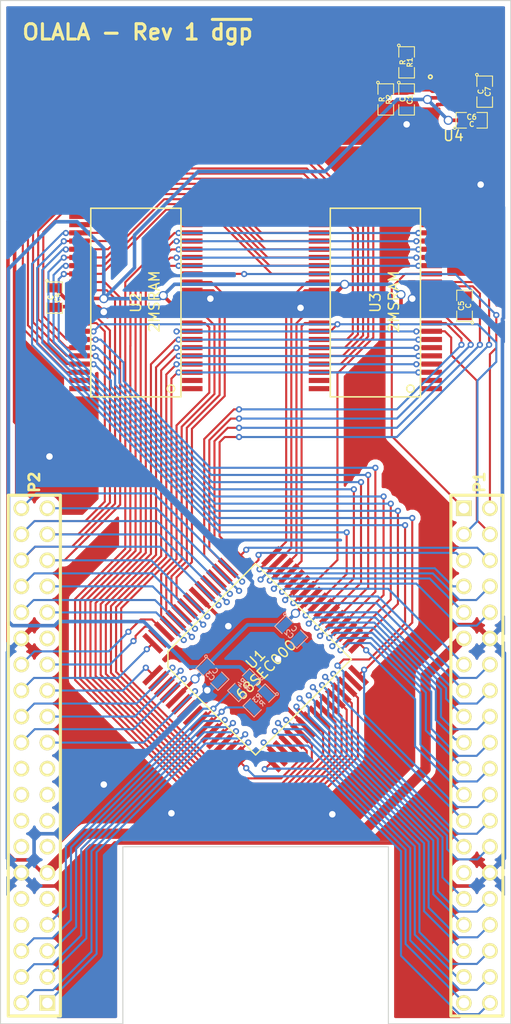
<source format=kicad_pcb>
(kicad_pcb (version 3) (host pcbnew "(25-Oct-2014 BZR 4029)-stable")
  (layers (15 F.Cu signal) (0 B.Cu signal) (18 B.Paste user) (19 F.Paste user) (20 B.SilkS user) (21 F.SilkS user) (22 B.Mask user) (23 F.Mask user) (28 Edge.Cuts user))
  (net 0 "")
  (net 1 +3.3V)
  (net 2 +5V)
  (net 3 /#AS)
  (net 4 /#AVEC)
  (net 5 /#BERR)
  (net 6 /#BG)
  (net 7 /#BR)
  (net 8 /#HALT)
  (net 9 /#IPL0)
  (net 10 /#IPL1)
  (net 11 /#IPL2)
  (net 12 /#LDS)
  (net 13 /#RESET)
  (net 14 /#UDS)
  (net 15 /A1)
  (net 16 /A10)
  (net 17 /A11)
  (net 18 /A12)
  (net 19 /A13)
  (net 20 /A14)
  (net 21 /A15)
  (net 22 /A16)
  (net 23 /A17)
  (net 24 /A18)
  (net 25 /A19)
  (net 26 /A2)
  (net 27 /A20)
  (net 28 /A21)
  (net 29 /A22)
  (net 30 /A23)
  (net 31 /A3)
  (net 32 /A4)
  (net 33 /A5)
  (net 34 /A6)
  (net 35 /A7)
  (net 36 /A8)
  (net 37 /A9)
  (net 38 /CLK)
  (net 39 /D0)
  (net 40 /D1)
  (net 41 /D10)
  (net 42 /D11)
  (net 43 /D12)
  (net 44 /D13)
  (net 45 /D14)
  (net 46 /D15)
  (net 47 /D2)
  (net 48 /D3)
  (net 49 /D4)
  (net 50 /D5)
  (net 51 /D6)
  (net 52 /D7)
  (net 53 /D8)
  (net 54 /D9)
  (net 55 /DTACK)
  (net 56 /FC0)
  (net 57 /FC1)
  (net 58 /FC2)
  (net 59 /R/#W)
  (net 60 /RAMCS)
  (net 61 /RAMLWE)
  (net 62 /RAMOE)
  (net 63 /RAMUWE)
  (net 64 GND)
  (net 65 N-0000021)
  (net 66 N-0000022)
  (module PIN_ARRAY_20X2 (layer F.Cu) (at 124.206 103.378 270)
    (fp_text reference P1 (at -26.67 -0.254 270) (layer F.SilkS) (effects (font (size 1.016 1.016) (thickness 0.27432))))
    (fp_text value CONN_20X2 hide)
    (pad 1 thru_hole rect (at -24.13 1.27 270) (size 1.524 1.524) (drill 1.016) (layers *.Cu *.Mask F.SilkS) (net 63 /RAMUWE))
    (pad 2 thru_hole circle (at -24.13 -1.27 270) (size 1.524 1.524) (drill 1.016) (layers *.Cu *.Mask F.SilkS) (net 61 /RAMLWE))
    (pad 11 thru_hole circle (at -11.43 1.27 270) (size 1.524 1.524) (drill 1.016) (layers *.Cu *.Mask F.SilkS) (net 2 +5V))
    (pad 4 thru_hole circle (at -21.59 -1.27 270) (size 1.524 1.524) (drill 1.016) (layers *.Cu *.Mask F.SilkS) (net 60 /RAMCS))
    (pad 13 thru_hole circle (at -8.89 1.27 270) (size 1.524 1.524) (drill 1.016) (layers *.Cu *.Mask F.SilkS) (net 30 /A23))
    (pad 6 thru_hole circle (at -19.05 -1.27 270) (size 1.524 1.524) (drill 1.016) (layers *.Cu *.Mask F.SilkS) (net 42 /D11))
    (pad 15 thru_hole circle (at -6.35 1.27 270) (size 1.524 1.524) (drill 1.016) (layers *.Cu *.Mask F.SilkS) (net 28 /A21))
    (pad 8 thru_hole circle (at -16.51 -1.27 270) (size 1.524 1.524) (drill 1.016) (layers *.Cu *.Mask F.SilkS) (net 44 /D13))
    (pad 17 thru_hole circle (at -3.81 1.27 270) (size 1.524 1.524) (drill 1.016) (layers *.Cu *.Mask F.SilkS) (net 25 /A19))
    (pad 10 thru_hole circle (at -13.97 -1.27 270) (size 1.524 1.524) (drill 1.016) (layers *.Cu *.Mask F.SilkS) (net 46 /D15))
    (pad 19 thru_hole circle (at -1.27 1.27 270) (size 1.524 1.524) (drill 1.016) (layers *.Cu *.Mask F.SilkS) (net 23 /A17))
    (pad 12 thru_hole circle (at -11.43 -1.27 270) (size 1.524 1.524) (drill 1.016) (layers *.Cu *.Mask F.SilkS) (net 64 GND))
    (pad 21 thru_hole circle (at 1.27 1.27 270) (size 1.524 1.524) (drill 1.016) (layers *.Cu *.Mask F.SilkS) (net 21 /A15))
    (pad 14 thru_hole circle (at -8.89 -1.27 270) (size 1.524 1.524) (drill 1.016) (layers *.Cu *.Mask F.SilkS) (net 29 /A22))
    (pad 23 thru_hole circle (at 3.81 1.27 270) (size 1.524 1.524) (drill 1.016) (layers *.Cu *.Mask F.SilkS) (net 19 /A13))
    (pad 16 thru_hole circle (at -6.35 -1.27 270) (size 1.524 1.524) (drill 1.016) (layers *.Cu *.Mask F.SilkS) (net 27 /A20))
    (pad 25 thru_hole circle (at 6.35 1.27 270) (size 1.524 1.524) (drill 1.016) (layers *.Cu *.Mask F.SilkS) (net 17 /A11))
    (pad 18 thru_hole circle (at -3.81 -1.27 270) (size 1.524 1.524) (drill 1.016) (layers *.Cu *.Mask F.SilkS) (net 24 /A18))
    (pad 27 thru_hole circle (at 8.89 1.27 270) (size 1.524 1.524) (drill 1.016) (layers *.Cu *.Mask F.SilkS) (net 37 /A9))
    (pad 20 thru_hole circle (at -1.27 -1.27 270) (size 1.524 1.524) (drill 1.016) (layers *.Cu *.Mask F.SilkS) (net 22 /A16))
    (pad 29 thru_hole circle (at 11.43 1.27 270) (size 1.524 1.524) (drill 1.016) (layers *.Cu *.Mask F.SilkS))
    (pad 22 thru_hole circle (at 1.27 -1.27 270) (size 1.524 1.524) (drill 1.016) (layers *.Cu *.Mask F.SilkS) (net 20 /A14))
    (pad 31 thru_hole circle (at 13.97 1.27 270) (size 1.524 1.524) (drill 1.016) (layers *.Cu *.Mask F.SilkS) (net 35 /A7))
    (pad 24 thru_hole circle (at 3.81 -1.27 270) (size 1.524 1.524) (drill 1.016) (layers *.Cu *.Mask F.SilkS) (net 18 /A12))
    (pad 26 thru_hole circle (at 6.35 -1.27 270) (size 1.524 1.524) (drill 1.016) (layers *.Cu *.Mask F.SilkS) (net 16 /A10))
    (pad 33 thru_hole circle (at 16.51 1.27 270) (size 1.524 1.524) (drill 1.016) (layers *.Cu *.Mask F.SilkS) (net 33 /A5))
    (pad 28 thru_hole circle (at 8.89 -1.27 270) (size 1.524 1.524) (drill 1.016) (layers *.Cu *.Mask F.SilkS) (net 36 /A8))
    (pad 32 thru_hole circle (at 13.97 -1.27 270) (size 1.524 1.524) (drill 1.016) (layers *.Cu *.Mask F.SilkS) (net 34 /A6))
    (pad 34 thru_hole circle (at 16.51 -1.27 270) (size 1.524 1.524) (drill 1.016) (layers *.Cu *.Mask F.SilkS) (net 32 /A4))
    (pad 36 thru_hole circle (at 19.05 -1.27 270) (size 1.524 1.524) (drill 1.016) (layers *.Cu *.Mask F.SilkS) (net 26 /A2))
    (pad 38 thru_hole circle (at 21.59 -1.27 270) (size 1.524 1.524) (drill 1.016) (layers *.Cu *.Mask F.SilkS) (net 56 /FC0))
    (pad 35 thru_hole circle (at 19.05 1.27 270) (size 1.524 1.524) (drill 1.016) (layers *.Cu *.Mask F.SilkS) (net 31 /A3))
    (pad 37 thru_hole circle (at 21.59 1.27 270) (size 1.524 1.524) (drill 1.016) (layers *.Cu *.Mask F.SilkS) (net 15 /A1))
    (pad 3 thru_hole circle (at -21.59 1.27 270) (size 1.524 1.524) (drill 1.016) (layers *.Cu *.Mask F.SilkS) (net 62 /RAMOE))
    (pad 5 thru_hole circle (at -19.05 1.27 270) (size 1.524 1.524) (drill 1.016) (layers *.Cu *.Mask F.SilkS) (net 41 /D10))
    (pad 7 thru_hole circle (at -16.51 1.27 270) (size 1.524 1.524) (drill 1.016) (layers *.Cu *.Mask F.SilkS) (net 43 /D12))
    (pad 9 thru_hole circle (at -13.97 1.27 270) (size 1.524 1.524) (drill 1.016) (layers *.Cu *.Mask F.SilkS) (net 45 /D14))
    (pad 39 thru_hole circle (at 24.13 1.27 270) (size 1.524 1.524) (drill 1.016) (layers *.Cu *.Mask F.SilkS) (net 57 /FC1))
    (pad 40 thru_hole circle (at 24.13 -1.27 270) (size 1.524 1.524) (drill 1.016) (layers *.Cu *.Mask F.SilkS) (net 58 /FC2))
    (pad 30 thru_hole circle (at 11.43 -1.27 270) (size 1.524 1.524) (drill 1.016) (layers *.Cu *.Mask F.SilkS) (net 64 GND))
  )
  (module PIN_ARRAY_20X2 (layer F.Cu) (at 81.026 103.378 90)
    (fp_text reference P2 (at 26.67 0 90) (layer F.SilkS) (effects (font (size 1.016 1.016) (thickness 0.27432))))
    (fp_text value CONN_20X2 hide)
    (pad 1 thru_hole rect (at -24.13 1.27 90) (size 1.524 1.524) (drill 1.016) (layers *.Cu *.Mask F.SilkS) (net 9 /#IPL0))
    (pad 2 thru_hole circle (at -24.13 -1.27 90) (size 1.524 1.524) (drill 1.016) (layers *.Cu *.Mask F.SilkS) (net 10 /#IPL1))
    (pad 11 thru_hole circle (at -11.43 1.27 90) (size 1.524 1.524) (drill 1.016) (layers *.Cu *.Mask F.SilkS) (net 2 +5V))
    (pad 4 thru_hole circle (at -21.59 -1.27 90) (size 1.524 1.524) (drill 1.016) (layers *.Cu *.Mask F.SilkS) (net 5 /#BERR))
    (pad 13 thru_hole circle (at -8.89 1.27 90) (size 1.524 1.524) (drill 1.016) (layers *.Cu *.Mask F.SilkS))
    (pad 6 thru_hole circle (at -19.05 -1.27 90) (size 1.524 1.524) (drill 1.016) (layers *.Cu *.Mask F.SilkS) (net 13 /#RESET))
    (pad 15 thru_hole circle (at -6.35 1.27 90) (size 1.524 1.524) (drill 1.016) (layers *.Cu *.Mask F.SilkS))
    (pad 8 thru_hole circle (at -16.51 -1.27 90) (size 1.524 1.524) (drill 1.016) (layers *.Cu *.Mask F.SilkS))
    (pad 17 thru_hole circle (at -3.81 1.27 90) (size 1.524 1.524) (drill 1.016) (layers *.Cu *.Mask F.SilkS))
    (pad 10 thru_hole circle (at -13.97 -1.27 90) (size 1.524 1.524) (drill 1.016) (layers *.Cu *.Mask F.SilkS))
    (pad 19 thru_hole circle (at -1.27 1.27 90) (size 1.524 1.524) (drill 1.016) (layers *.Cu *.Mask F.SilkS))
    (pad 12 thru_hole circle (at -11.43 -1.27 90) (size 1.524 1.524) (drill 1.016) (layers *.Cu *.Mask F.SilkS) (net 64 GND))
    (pad 21 thru_hole circle (at 1.27 1.27 90) (size 1.524 1.524) (drill 1.016) (layers *.Cu *.Mask F.SilkS) (net 38 /CLK))
    (pad 14 thru_hole circle (at -8.89 -1.27 90) (size 1.524 1.524) (drill 1.016) (layers *.Cu *.Mask F.SilkS))
    (pad 23 thru_hole circle (at 3.81 1.27 90) (size 1.524 1.524) (drill 1.016) (layers *.Cu *.Mask F.SilkS) (net 6 /#BG))
    (pad 16 thru_hole circle (at -6.35 -1.27 90) (size 1.524 1.524) (drill 1.016) (layers *.Cu *.Mask F.SilkS))
    (pad 25 thru_hole circle (at 6.35 1.27 90) (size 1.524 1.524) (drill 1.016) (layers *.Cu *.Mask F.SilkS) (net 59 /R/#W))
    (pad 18 thru_hole circle (at -3.81 -1.27 90) (size 1.524 1.524) (drill 1.016) (layers *.Cu *.Mask F.SilkS))
    (pad 27 thru_hole circle (at 8.89 1.27 90) (size 1.524 1.524) (drill 1.016) (layers *.Cu *.Mask F.SilkS) (net 14 /#UDS))
    (pad 20 thru_hole circle (at -1.27 -1.27 90) (size 1.524 1.524) (drill 1.016) (layers *.Cu *.Mask F.SilkS))
    (pad 29 thru_hole circle (at 11.43 1.27 90) (size 1.524 1.524) (drill 1.016) (layers *.Cu *.Mask F.SilkS))
    (pad 22 thru_hole circle (at 1.27 -1.27 90) (size 1.524 1.524) (drill 1.016) (layers *.Cu *.Mask F.SilkS) (net 7 /#BR))
    (pad 31 thru_hole circle (at 13.97 1.27 90) (size 1.524 1.524) (drill 1.016) (layers *.Cu *.Mask F.SilkS) (net 39 /D0))
    (pad 24 thru_hole circle (at 3.81 -1.27 90) (size 1.524 1.524) (drill 1.016) (layers *.Cu *.Mask F.SilkS) (net 55 /DTACK))
    (pad 26 thru_hole circle (at 6.35 -1.27 90) (size 1.524 1.524) (drill 1.016) (layers *.Cu *.Mask F.SilkS) (net 12 /#LDS))
    (pad 33 thru_hole circle (at 16.51 1.27 90) (size 1.524 1.524) (drill 1.016) (layers *.Cu *.Mask F.SilkS) (net 47 /D2))
    (pad 28 thru_hole circle (at 8.89 -1.27 90) (size 1.524 1.524) (drill 1.016) (layers *.Cu *.Mask F.SilkS) (net 3 /#AS))
    (pad 32 thru_hole circle (at 13.97 -1.27 90) (size 1.524 1.524) (drill 1.016) (layers *.Cu *.Mask F.SilkS) (net 40 /D1))
    (pad 34 thru_hole circle (at 16.51 -1.27 90) (size 1.524 1.524) (drill 1.016) (layers *.Cu *.Mask F.SilkS) (net 48 /D3))
    (pad 36 thru_hole circle (at 19.05 -1.27 90) (size 1.524 1.524) (drill 1.016) (layers *.Cu *.Mask F.SilkS) (net 50 /D5))
    (pad 38 thru_hole circle (at 21.59 -1.27 90) (size 1.524 1.524) (drill 1.016) (layers *.Cu *.Mask F.SilkS) (net 52 /D7))
    (pad 35 thru_hole circle (at 19.05 1.27 90) (size 1.524 1.524) (drill 1.016) (layers *.Cu *.Mask F.SilkS) (net 49 /D4))
    (pad 37 thru_hole circle (at 21.59 1.27 90) (size 1.524 1.524) (drill 1.016) (layers *.Cu *.Mask F.SilkS) (net 51 /D6))
    (pad 3 thru_hole circle (at -21.59 1.27 90) (size 1.524 1.524) (drill 1.016) (layers *.Cu *.Mask F.SilkS) (net 11 /#IPL2))
    (pad 5 thru_hole circle (at -19.05 1.27 90) (size 1.524 1.524) (drill 1.016) (layers *.Cu *.Mask F.SilkS) (net 4 /#AVEC))
    (pad 7 thru_hole circle (at -16.51 1.27 90) (size 1.524 1.524) (drill 1.016) (layers *.Cu *.Mask F.SilkS) (net 8 /#HALT))
    (pad 9 thru_hole circle (at -13.97 1.27 90) (size 1.524 1.524) (drill 1.016) (layers *.Cu *.Mask F.SilkS))
    (pad 39 thru_hole circle (at 24.13 1.27 90) (size 1.524 1.524) (drill 1.016) (layers *.Cu *.Mask F.SilkS) (net 53 /D8))
    (pad 40 thru_hole circle (at 24.13 -1.27 90) (size 1.524 1.524) (drill 1.016) (layers *.Cu *.Mask F.SilkS) (net 54 /D9))
    (pad 30 thru_hole circle (at 11.43 -1.27 90) (size 1.524 1.524) (drill 1.016) (layers *.Cu *.Mask F.SilkS) (net 64 GND))
  )
  (module qfp6408mm (layer F.Cu) (at 102.616 93.98 45)
    (fp_text reference U1 (at 0 0 45) (layer F.SilkS))
    (fp_text value 68SEC000 (at 0 1.45 45) (layer F.SilkS))
    (pad 1 smd rect (at -8.2 -6 45) (size 2.4 0.5) (layers F.Cu F.Paste F.Mask) (net 59 /R/#W))
    (pad 2 smd rect (at -8.2 -5.2 45) (size 2.4 0.5) (layers F.Cu F.Paste F.Mask) (net 55 /DTACK))
    (pad 3 smd rect (at -8.2 -4.4 45) (size 2.4 0.5) (layers F.Cu F.Paste F.Mask) (net 6 /#BG))
    (pad 4 smd rect (at -8.2 -3.6 45) (size 2.4 0.5) (layers F.Cu F.Paste F.Mask) (net 7 /#BR))
    (pad 5 smd rect (at -8.2 -2.8 45) (size 2.4 0.5) (layers F.Cu F.Paste F.Mask) (net 1 +3.3V))
    (pad 6 smd rect (at -8.2 -2 45) (size 2.4 0.5) (layers F.Cu F.Paste F.Mask) (net 38 /CLK))
    (pad 7 smd rect (at -8.2 -1.2 45) (size 2.4 0.5) (layers F.Cu F.Paste F.Mask) (net 64 GND))
    (pad 8 smd rect (at -8.2 -0.4 45) (size 2.4 0.5) (layers F.Cu F.Paste F.Mask))
    (pad 9 smd rect (at -8.2 0.4 45) (size 2.4 0.5) (layers F.Cu F.Paste F.Mask) (net 8 /#HALT))
    (pad 10 smd rect (at -8.2 1.2 45) (size 2.4 0.5) (layers F.Cu F.Paste F.Mask) (net 13 /#RESET))
    (pad 11 smd rect (at -8.2 2 45) (size 2.4 0.5) (layers F.Cu F.Paste F.Mask) (net 4 /#AVEC))
    (pad 12 smd rect (at -8.2 2.8 45) (size 2.4 0.5) (layers F.Cu F.Paste F.Mask) (net 5 /#BERR))
    (pad 13 smd rect (at -8.2 3.6 45) (size 2.4 0.5) (layers F.Cu F.Paste F.Mask) (net 11 /#IPL2))
    (pad 14 smd rect (at -8.2 4.4 45) (size 2.4 0.5) (layers F.Cu F.Paste F.Mask) (net 10 /#IPL1))
    (pad 15 smd rect (at -8.2 5.2 45) (size 2.4 0.5) (layers F.Cu F.Paste F.Mask) (net 9 /#IPL0))
    (pad 16 smd rect (at -8.2 6 45) (size 2.4 0.5) (layers F.Cu F.Paste F.Mask) (net 58 /FC2))
    (pad 17 smd rect (at -6 8.2 45) (size 0.5 2.4) (layers F.Cu F.Paste F.Mask) (net 57 /FC1))
    (pad 18 smd rect (at -5.2 8.2 45) (size 0.5 2.4) (layers F.Cu F.Paste F.Mask) (net 56 /FC0))
    (pad 19 smd rect (at -4.4 8.2 45) (size 0.5 2.4) (layers F.Cu F.Paste F.Mask))
    (pad 20 smd rect (at -3.6 8.2 45) (size 0.5 2.4) (layers F.Cu F.Paste F.Mask) (net 15 /A1))
    (pad 21 smd rect (at -2.8 8.2 45) (size 0.5 2.4) (layers F.Cu F.Paste F.Mask) (net 26 /A2))
    (pad 22 smd rect (at -2 8.2 45) (size 0.5 2.4) (layers F.Cu F.Paste F.Mask) (net 31 /A3))
    (pad 23 smd rect (at -1.2 8.2 45) (size 0.5 2.4) (layers F.Cu F.Paste F.Mask) (net 64 GND))
    (pad 24 smd rect (at -0.4 8.2 45) (size 0.5 2.4) (layers F.Cu F.Paste F.Mask) (net 32 /A4))
    (pad 25 smd rect (at 0.4 8.2 45) (size 0.5 2.4) (layers F.Cu F.Paste F.Mask) (net 33 /A5))
    (pad 26 smd rect (at 1.2 8.2 45) (size 0.5 2.4) (layers F.Cu F.Paste F.Mask) (net 34 /A6))
    (pad 27 smd rect (at 2 8.2 45) (size 0.5 2.4) (layers F.Cu F.Paste F.Mask) (net 35 /A7))
    (pad 28 smd rect (at 2.8 8.2 45) (size 0.5 2.4) (layers F.Cu F.Paste F.Mask) (net 36 /A8))
    (pad 29 smd rect (at 3.6 8.2 45) (size 0.5 2.4) (layers F.Cu F.Paste F.Mask) (net 37 /A9))
    (pad 30 smd rect (at 4.4 8.2 45) (size 0.5 2.4) (layers F.Cu F.Paste F.Mask) (net 16 /A10))
    (pad 31 smd rect (at 5.2 8.2 45) (size 0.5 2.4) (layers F.Cu F.Paste F.Mask) (net 17 /A11))
    (pad 32 smd rect (at 6 8.2 45) (size 0.5 2.4) (layers F.Cu F.Paste F.Mask) (net 18 /A12))
    (pad 33 smd rect (at 8.2 6 45) (size 2.4 0.5) (layers F.Cu F.Paste F.Mask) (net 19 /A13))
    (pad 34 smd rect (at 8.2 5.2 45) (size 2.4 0.5) (layers F.Cu F.Paste F.Mask) (net 20 /A14))
    (pad 35 smd rect (at 8.2 4.4 45) (size 2.4 0.5) (layers F.Cu F.Paste F.Mask) (net 21 /A15))
    (pad 36 smd rect (at 8.2 3.6 45) (size 2.4 0.5) (layers F.Cu F.Paste F.Mask) (net 22 /A16))
    (pad 37 smd rect (at 8.2 2.8 45) (size 2.4 0.5) (layers F.Cu F.Paste F.Mask) (net 23 /A17))
    (pad 38 smd rect (at 8.2 2 45) (size 2.4 0.5) (layers F.Cu F.Paste F.Mask) (net 24 /A18))
    (pad 39 smd rect (at 8.2 1.2 45) (size 2.4 0.5) (layers F.Cu F.Paste F.Mask) (net 25 /A19))
    (pad 40 smd rect (at 8.2 0.4 45) (size 2.4 0.5) (layers F.Cu F.Paste F.Mask) (net 27 /A20))
    (pad 41 smd rect (at 8.2 -0.4 45) (size 2.4 0.5) (layers F.Cu F.Paste F.Mask) (net 1 +3.3V))
    (pad 42 smd rect (at 8.2 -1.2 45) (size 2.4 0.5) (layers F.Cu F.Paste F.Mask) (net 28 /A21))
    (pad 43 smd rect (at 8.2 -2 45) (size 2.4 0.5) (layers F.Cu F.Paste F.Mask) (net 29 /A22))
    (pad 44 smd rect (at 8.2 -2.8 45) (size 2.4 0.5) (layers F.Cu F.Paste F.Mask) (net 30 /A23))
    (pad 45 smd rect (at 8.2 -3.6 45) (size 2.4 0.5) (layers F.Cu F.Paste F.Mask) (net 46 /D15))
    (pad 46 smd rect (at 8.2 -4.4 45) (size 2.4 0.5) (layers F.Cu F.Paste F.Mask) (net 45 /D14))
    (pad 47 smd rect (at 8.2 -5.2 45) (size 2.4 0.5) (layers F.Cu F.Paste F.Mask) (net 44 /D13))
    (pad 48 smd rect (at 8.2 -6 45) (size 2.4 0.5) (layers F.Cu F.Paste F.Mask) (net 43 /D12))
    (pad 49 smd rect (at 6 -8.2 45) (size 0.5 2.4) (layers F.Cu F.Paste F.Mask) (net 42 /D11))
    (pad 50 smd rect (at 5.2 -8.2 45) (size 0.5 2.4) (layers F.Cu F.Paste F.Mask) (net 41 /D10))
    (pad 51 smd rect (at 4.4 -8.2 45) (size 0.5 2.4) (layers F.Cu F.Paste F.Mask) (net 54 /D9))
    (pad 52 smd rect (at 3.6 -8.2 45) (size 0.5 2.4) (layers F.Cu F.Paste F.Mask) (net 53 /D8))
    (pad 53 smd rect (at 2.8 -8.2 45) (size 0.5 2.4) (layers F.Cu F.Paste F.Mask) (net 52 /D7))
    (pad 54 smd rect (at 2 -8.2 45) (size 0.5 2.4) (layers F.Cu F.Paste F.Mask) (net 51 /D6))
    (pad 55 smd rect (at 1.2 -8.2 45) (size 0.5 2.4) (layers F.Cu F.Paste F.Mask) (net 50 /D5))
    (pad 56 smd rect (at 0.4 -8.2 45) (size 0.5 2.4) (layers F.Cu F.Paste F.Mask) (net 64 GND))
    (pad 57 smd rect (at -0.4 -8.2 45) (size 0.5 2.4) (layers F.Cu F.Paste F.Mask) (net 49 /D4))
    (pad 58 smd rect (at -1.2 -8.2 45) (size 0.5 2.4) (layers F.Cu F.Paste F.Mask) (net 48 /D3))
    (pad 59 smd rect (at -2 -8.2 45) (size 0.5 2.4) (layers F.Cu F.Paste F.Mask) (net 47 /D2))
    (pad 60 smd rect (at -2.8 -8.2 45) (size 0.5 2.4) (layers F.Cu F.Paste F.Mask) (net 40 /D1))
    (pad 61 smd rect (at -3.6 -8.2 45) (size 0.5 2.4) (layers F.Cu F.Paste F.Mask) (net 39 /D0))
    (pad 62 smd rect (at -4.4 -8.2 45) (size 0.5 2.4) (layers F.Cu F.Paste F.Mask) (net 3 /#AS))
    (pad 63 smd rect (at -5.2 -8.2 45) (size 0.5 2.4) (layers F.Cu F.Paste F.Mask) (net 14 /#UDS))
    (pad 64 smd rect (at -6 -8.2 45) (size 0.5 2.4) (layers F.Cu F.Paste F.Mask) (net 12 /#LDS))
  )
  (module SM0805 (layer F.Cu) (at 83 58.7 270)
    (fp_text reference C4 (at 0 -0.3175 270) (layer F.SilkS) (effects (font (size 0.50038 0.50038) (thickness 0.10922))))
    (fp_text value C (at 0 0.381 270) (layer F.SilkS) (effects (font (size 0.50038 0.50038) (thickness 0.10922))))
    (pad 1 smd rect (at -0.9525 0 270) (size 0.889 1.397) (layers F.Cu F.Paste F.Mask) (net 1 +3.3V))
    (pad 2 smd rect (at 0.9525 0 270) (size 0.889 1.397) (layers F.Cu F.Paste F.Mask) (net 64 GND))
  )
  (module SM0805 (layer F.Cu) (at 123 59.5 90)
    (fp_text reference C5 (at 0 -0.3175 90) (layer F.SilkS) (effects (font (size 0.50038 0.50038) (thickness 0.10922))))
    (fp_text value C (at 0 0.381 90) (layer F.SilkS) (effects (font (size 0.50038 0.50038) (thickness 0.10922))))
    (pad 1 smd rect (at -0.9525 0 90) (size 0.889 1.397) (layers F.Cu F.Paste F.Mask) (net 1 +3.3V))
    (pad 2 smd rect (at 0.9525 0 90) (size 0.889 1.397) (layers F.Cu F.Paste F.Mask) (net 64 GND))
  )
  (module SM0805 (layer B.Cu) (at 98.4 95.4 315)
    (fp_text reference C3 (at 0 0.3175 315) (layer B.SilkS) (effects (font (size 0.50038 0.50038) (thickness 0.10922)) (justify mirror)))
    (fp_text value C (at 0 -0.381 315) (layer B.SilkS) (effects (font (size 0.50038 0.50038) (thickness 0.10922)) (justify mirror)))
    (pad 1 smd rect (at -0.9525 0 315) (size 0.889 1.397) (layers B.Cu B.Paste B.Mask) (net 1 +3.3V))
    (pad 2 smd rect (at 0.9525 0 315) (size 0.889 1.397) (layers B.Cu B.Paste B.Mask) (net 64 GND))
  )
  (module SM0805 (layer B.Cu) (at 106.1 91.3 315)
    (fp_text reference C2 (at 0 0.3175 315) (layer B.SilkS) (effects (font (size 0.50038 0.50038) (thickness 0.10922)) (justify mirror)))
    (fp_text value C (at 0 -0.381 315) (layer B.SilkS) (effects (font (size 0.50038 0.50038) (thickness 0.10922)) (justify mirror)))
    (pad 1 smd rect (at -0.9525 0 315) (size 0.889 1.397) (layers B.Cu B.Paste B.Mask) (net 1 +3.3V))
    (pad 2 smd rect (at 0.9525 0 315) (size 0.889 1.397) (layers B.Cu B.Paste B.Mask) (net 64 GND))
  )
  (module SM0805 (layer F.Cu) (at 117.35 35.75 270)
    (fp_text reference R1 (at 0 -0.3175 270) (layer F.SilkS) (effects (font (size 0.50038 0.50038) (thickness 0.10922))))
    (fp_text value R (at 0 0.381 270) (layer F.SilkS) (effects (font (size 0.50038 0.50038) (thickness 0.10922))))
    (pad 1 smd rect (at -0.9525 0 270) (size 0.889 1.397) (layers F.Cu F.Paste F.Mask) (net 65 N-0000021))
    (pad 2 smd rect (at 0.9525 0 270) (size 0.889 1.397) (layers F.Cu F.Paste F.Mask) (net 66 N-0000022))
  )
  (module SM0805 (layer F.Cu) (at 115.316 39.37 270)
    (fp_text reference R2 (at 0 -0.3175 270) (layer F.SilkS) (effects (font (size 0.50038 0.50038) (thickness 0.10922))))
    (fp_text value R (at 0 0.381 270) (layer F.SilkS) (effects (font (size 0.50038 0.50038) (thickness 0.10922))))
    (pad 1 smd rect (at -0.9525 0 270) (size 0.889 1.397) (layers F.Cu F.Paste F.Mask) (net 66 N-0000022))
    (pad 2 smd rect (at 0.9525 0 270) (size 0.889 1.397) (layers F.Cu F.Paste F.Mask) (net 64 GND))
  )
  (module SM0805 (layer F.Cu) (at 117.348 39.37 270)
    (fp_text reference C1 (at 0 -0.3175 270) (layer F.SilkS) (effects (font (size 0.50038 0.50038) (thickness 0.10922))))
    (fp_text value C (at 0 0.381 270) (layer F.SilkS) (effects (font (size 0.50038 0.50038) (thickness 0.10922))))
    (pad 1 smd rect (at -0.9525 0 270) (size 0.889 1.397) (layers F.Cu F.Paste F.Mask) (net 66 N-0000022))
    (pad 2 smd rect (at 0.9525 0 270) (size 0.889 1.397) (layers F.Cu F.Paste F.Mask) (net 64 GND))
  )
  (module SM0805 (layer F.Cu) (at 123.698 41.402)
    (fp_text reference C6 (at 0 -0.3175) (layer F.SilkS) (effects (font (size 0.50038 0.50038) (thickness 0.10922))))
    (fp_text value C (at 0 0.381) (layer F.SilkS) (effects (font (size 0.50038 0.50038) (thickness 0.10922))))
    (pad 1 smd rect (at -0.9525 0) (size 0.889 1.397) (layers F.Cu F.Paste F.Mask) (net 1 +3.3V))
    (pad 2 smd rect (at 0.9525 0) (size 0.889 1.397) (layers F.Cu F.Paste F.Mask) (net 64 GND))
  )
  (module usip8 (layer F.Cu) (at 121.666 38.862)
    (fp_text reference U4 (at 0.254 4.064) (layer F.SilkS))
    (fp_text value LMZ10501 hide)
    (pad 1 smd rect (at -1.05 -0.95) (size 0.8 0.3) (layers F.Cu F.Paste F.Mask))
    (pad 2 smd rect (at -1.05 -0.3) (size 0.8 0.3) (layers F.Cu F.Paste F.Mask) (net 66 N-0000022))
    (pad 3 smd rect (at -1.05 0.35) (size 0.8 0.3) (layers F.Cu F.Paste F.Mask) (net 1 +3.3V))
    (pad 4 smd rect (at -1.05 1) (size 0.8 0.3) (layers F.Cu F.Paste F.Mask) (net 64 GND))
    (pad 5 smd rect (at 1.05 1) (size 0.8 0.3) (layers F.Cu F.Paste F.Mask) (net 1 +3.3V))
    (pad 6 smd rect (at 1.05 0.35) (size 0.8 0.3) (layers F.Cu F.Paste F.Mask) (net 64 GND))
    (pad 7 smd rect (at 1.05 -0.3) (size 0.8 0.3) (layers F.Cu F.Paste F.Mask) (net 2 +5V))
    (pad 8 smd rect (at 1.05 -0.95) (size 0.8 0.3) (layers F.Cu F.Paste F.Mask) (net 65 N-0000021))
    (pad PAD smd rect (at 0 0) (size 0.8 2.25) (layers F.Cu F.Paste F.Mask) (net 64 GND))
  )
  (module SM0805 (layer F.Cu) (at 124.968 38.608 270)
    (fp_text reference C7 (at 0 -0.3175 270) (layer F.SilkS) (effects (font (size 0.50038 0.50038) (thickness 0.10922))))
    (fp_text value C (at 0 0.381 270) (layer F.SilkS) (effects (font (size 0.50038 0.50038) (thickness 0.10922))))
    (pad 1 smd rect (at -0.9525 0 270) (size 0.889 1.397) (layers F.Cu F.Paste F.Mask) (net 2 +5V))
    (pad 2 smd rect (at 0.9525 0 270) (size 0.889 1.397) (layers F.Cu F.Paste F.Mask) (net 64 GND))
  )
  (module SM0805 (layer B.Cu) (at 101.5 96.5 225)
    (fp_text reference R4 (at 0 0.3175 225) (layer B.SilkS) (effects (font (size 0.50038 0.50038) (thickness 0.10922)) (justify mirror)))
    (fp_text value R (at 0 -0.381 225) (layer B.SilkS) (effects (font (size 0.50038 0.50038) (thickness 0.10922)) (justify mirror)))
    (pad 1 smd rect (at -0.9525 0 225) (size 0.889 1.397) (layers B.Cu B.Paste B.Mask) (net 1 +3.3V))
    (pad 2 smd rect (at 0.9525 0 225) (size 0.889 1.397) (layers B.Cu B.Paste B.Mask) (net 8 /#HALT))
  )
  (module SM0805 (layer B.Cu) (at 103 98 225)
    (fp_text reference R3 (at 0 0.3175 225) (layer B.SilkS) (effects (font (size 0.50038 0.50038) (thickness 0.10922)) (justify mirror)))
    (fp_text value R (at 0 -0.381 225) (layer B.SilkS) (effects (font (size 0.50038 0.50038) (thickness 0.10922)) (justify mirror)))
    (pad 1 smd rect (at -0.9525 0 225) (size 0.889 1.397) (layers B.Cu B.Paste B.Mask) (net 1 +3.3V))
    (pad 2 smd rect (at 0.9525 0 225) (size 0.889 1.397) (layers B.Cu B.Paste B.Mask) (net 13 /#RESET))
  )
  (module tsop244 (layer F.Cu) (at 114.3 59.182 90)
    (fp_text reference U3 (at 0 0 90) (layer F.SilkS))
    (fp_text value 2MSRAM (at 0.1 1.8 90) (layer F.SilkS))
    (pad 1 smd rect (at -8.4 5.5 90) (size 0.5 2) (layers F.Cu F.Paste F.Mask))
    (pad 2 smd rect (at -7.6 5.5 90) (size 0.5 2) (layers F.Cu F.Paste F.Mask))
    (pad 3 smd rect (at -6.8 5.5 90) (size 0.5 2) (layers F.Cu F.Paste F.Mask) (net 15 /A1))
    (pad 4 smd rect (at -6 5.5 90) (size 0.5 2) (layers F.Cu F.Paste F.Mask) (net 26 /A2))
    (pad 5 smd rect (at -5.2 5.5 90) (size 0.5 2) (layers F.Cu F.Paste F.Mask) (net 31 /A3))
    (pad 6 smd rect (at -4.4 5.5 90) (size 0.5 2) (layers F.Cu F.Paste F.Mask) (net 32 /A4))
    (pad 7 smd rect (at -3.6 5.5 90) (size 0.5 2) (layers F.Cu F.Paste F.Mask) (net 33 /A5))
    (pad 8 smd rect (at -2.8 5.5 90) (size 0.5 2) (layers F.Cu F.Paste F.Mask) (net 60 /RAMCS))
    (pad 9 smd rect (at -2 5.5 90) (size 0.5 2) (layers F.Cu F.Paste F.Mask) (net 53 /D8))
    (pad 10 smd rect (at -1.2 5.5 90) (size 0.5 2) (layers F.Cu F.Paste F.Mask) (net 54 /D9))
    (pad 11 smd rect (at -0.4 5.5 90) (size 0.5 2) (layers F.Cu F.Paste F.Mask) (net 1 +3.3V))
    (pad 12 smd rect (at 0.4 5.5 90) (size 0.5 2) (layers F.Cu F.Paste F.Mask) (net 64 GND))
    (pad 13 smd rect (at 1.2 5.5 90) (size 0.5 2) (layers F.Cu F.Paste F.Mask) (net 41 /D10))
    (pad 14 smd rect (at 2 5.5 90) (size 0.5 2) (layers F.Cu F.Paste F.Mask) (net 42 /D11))
    (pad 15 smd rect (at 2.8 5.5 90) (size 0.5 2) (layers F.Cu F.Paste F.Mask) (net 63 /RAMUWE))
    (pad 16 smd rect (at 3.6 5.5 90) (size 0.5 2) (layers F.Cu F.Paste F.Mask) (net 34 /A6))
    (pad 17 smd rect (at 4.4 5.5 90) (size 0.5 2) (layers F.Cu F.Paste F.Mask) (net 35 /A7))
    (pad 18 smd rect (at 5.2 5.5 90) (size 0.5 2) (layers F.Cu F.Paste F.Mask) (net 36 /A8))
    (pad 19 smd rect (at 6 5.5 90) (size 0.5 2) (layers F.Cu F.Paste F.Mask) (net 37 /A9))
    (pad 20 smd rect (at 6.8 5.5 90) (size 0.5 2) (layers F.Cu F.Paste F.Mask) (net 16 /A10))
    (pad 21 smd rect (at 7.6 5.5 90) (size 0.5 2) (layers F.Cu F.Paste F.Mask))
    (pad 22 smd rect (at 8.4 5.5 90) (size 0.5 2) (layers F.Cu F.Paste F.Mask))
    (pad 23 smd rect (at 8.4 -5.5 90) (size 0.5 2) (layers F.Cu F.Paste F.Mask))
    (pad 24 smd rect (at 7.6 -5.5 90) (size 0.5 2) (layers F.Cu F.Paste F.Mask))
    (pad 25 smd rect (at 6.8 -5.5 90) (size 0.5 2) (layers F.Cu F.Paste F.Mask) (net 27 /A20))
    (pad 26 smd rect (at 6 -5.5 90) (size 0.5 2) (layers F.Cu F.Paste F.Mask) (net 17 /A11))
    (pad 27 smd rect (at 5.2 -5.5 90) (size 0.5 2) (layers F.Cu F.Paste F.Mask) (net 18 /A12))
    (pad 28 smd rect (at 4.4 -5.5 90) (size 0.5 2) (layers F.Cu F.Paste F.Mask) (net 19 /A13))
    (pad 29 smd rect (at 3.6 -5.5 90) (size 0.5 2) (layers F.Cu F.Paste F.Mask) (net 20 /A14))
    (pad 30 smd rect (at 2.8 -5.5 90) (size 0.5 2) (layers F.Cu F.Paste F.Mask) (net 21 /A15))
    (pad 31 smd rect (at 2 -5.5 90) (size 0.5 2) (layers F.Cu F.Paste F.Mask) (net 43 /D12))
    (pad 32 smd rect (at 1.2 -5.5 90) (size 0.5 2) (layers F.Cu F.Paste F.Mask) (net 44 /D13))
    (pad 33 smd rect (at 0.4 -5.5 90) (size 0.5 2) (layers F.Cu F.Paste F.Mask) (net 1 +3.3V))
    (pad 34 smd rect (at -0.4 -5.5 90) (size 0.5 2) (layers F.Cu F.Paste F.Mask) (net 64 GND))
    (pad 35 smd rect (at -1.2 -5.5 90) (size 0.5 2) (layers F.Cu F.Paste F.Mask) (net 45 /D14))
    (pad 36 smd rect (at -2 -5.5 90) (size 0.5 2) (layers F.Cu F.Paste F.Mask) (net 46 /D15))
    (pad 37 smd rect (at -2.8 -5.5 90) (size 0.5 2) (layers F.Cu F.Paste F.Mask) (net 62 /RAMOE))
    (pad 38 smd rect (at -3.6 -5.5 90) (size 0.5 2) (layers F.Cu F.Paste F.Mask) (net 22 /A16))
    (pad 39 smd rect (at -4.4 -5.5 90) (size 0.5 2) (layers F.Cu F.Paste F.Mask) (net 23 /A17))
    (pad 40 smd rect (at -5.2 -5.5 90) (size 0.5 2) (layers F.Cu F.Paste F.Mask) (net 24 /A18))
    (pad 41 smd rect (at -6 -5.5 90) (size 0.5 2) (layers F.Cu F.Paste F.Mask) (net 25 /A19))
    (pad 42 smd rect (at -6.8 -5.5 90) (size 0.5 2) (layers F.Cu F.Paste F.Mask) (net 28 /A21))
    (pad 43 smd rect (at -7.6 -5.5 90) (size 0.5 2) (layers F.Cu F.Paste F.Mask))
    (pad 44 smd rect (at -8.4 -5.5 90) (size 0.5 2) (layers F.Cu F.Paste F.Mask))
  )
  (module tsop244 (layer F.Cu) (at 90.932 59.182 90)
    (fp_text reference U2 (at 0 0 90) (layer F.SilkS))
    (fp_text value 2MSRAM (at 0.1 1.8 90) (layer F.SilkS))
    (pad 1 smd rect (at -8.4 5.5 90) (size 0.5 2) (layers F.Cu F.Paste F.Mask))
    (pad 2 smd rect (at -7.6 5.5 90) (size 0.5 2) (layers F.Cu F.Paste F.Mask))
    (pad 3 smd rect (at -6.8 5.5 90) (size 0.5 2) (layers F.Cu F.Paste F.Mask) (net 15 /A1))
    (pad 4 smd rect (at -6 5.5 90) (size 0.5 2) (layers F.Cu F.Paste F.Mask) (net 26 /A2))
    (pad 5 smd rect (at -5.2 5.5 90) (size 0.5 2) (layers F.Cu F.Paste F.Mask) (net 31 /A3))
    (pad 6 smd rect (at -4.4 5.5 90) (size 0.5 2) (layers F.Cu F.Paste F.Mask) (net 32 /A4))
    (pad 7 smd rect (at -3.6 5.5 90) (size 0.5 2) (layers F.Cu F.Paste F.Mask) (net 33 /A5))
    (pad 8 smd rect (at -2.8 5.5 90) (size 0.5 2) (layers F.Cu F.Paste F.Mask) (net 60 /RAMCS))
    (pad 9 smd rect (at -2 5.5 90) (size 0.5 2) (layers F.Cu F.Paste F.Mask) (net 39 /D0))
    (pad 10 smd rect (at -1.2 5.5 90) (size 0.5 2) (layers F.Cu F.Paste F.Mask) (net 40 /D1))
    (pad 11 smd rect (at -0.4 5.5 90) (size 0.5 2) (layers F.Cu F.Paste F.Mask) (net 1 +3.3V))
    (pad 12 smd rect (at 0.4 5.5 90) (size 0.5 2) (layers F.Cu F.Paste F.Mask) (net 64 GND))
    (pad 13 smd rect (at 1.2 5.5 90) (size 0.5 2) (layers F.Cu F.Paste F.Mask) (net 47 /D2))
    (pad 14 smd rect (at 2 5.5 90) (size 0.5 2) (layers F.Cu F.Paste F.Mask) (net 48 /D3))
    (pad 15 smd rect (at 2.8 5.5 90) (size 0.5 2) (layers F.Cu F.Paste F.Mask) (net 61 /RAMLWE))
    (pad 16 smd rect (at 3.6 5.5 90) (size 0.5 2) (layers F.Cu F.Paste F.Mask) (net 34 /A6))
    (pad 17 smd rect (at 4.4 5.5 90) (size 0.5 2) (layers F.Cu F.Paste F.Mask) (net 35 /A7))
    (pad 18 smd rect (at 5.2 5.5 90) (size 0.5 2) (layers F.Cu F.Paste F.Mask) (net 36 /A8))
    (pad 19 smd rect (at 6 5.5 90) (size 0.5 2) (layers F.Cu F.Paste F.Mask) (net 37 /A9))
    (pad 20 smd rect (at 6.8 5.5 90) (size 0.5 2) (layers F.Cu F.Paste F.Mask) (net 16 /A10))
    (pad 21 smd rect (at 7.6 5.5 90) (size 0.5 2) (layers F.Cu F.Paste F.Mask))
    (pad 22 smd rect (at 8.4 5.5 90) (size 0.5 2) (layers F.Cu F.Paste F.Mask))
    (pad 23 smd rect (at 8.4 -5.5 90) (size 0.5 2) (layers F.Cu F.Paste F.Mask))
    (pad 24 smd rect (at 7.6 -5.5 90) (size 0.5 2) (layers F.Cu F.Paste F.Mask))
    (pad 25 smd rect (at 6.8 -5.5 90) (size 0.5 2) (layers F.Cu F.Paste F.Mask) (net 27 /A20))
    (pad 26 smd rect (at 6 -5.5 90) (size 0.5 2) (layers F.Cu F.Paste F.Mask) (net 17 /A11))
    (pad 27 smd rect (at 5.2 -5.5 90) (size 0.5 2) (layers F.Cu F.Paste F.Mask) (net 18 /A12))
    (pad 28 smd rect (at 4.4 -5.5 90) (size 0.5 2) (layers F.Cu F.Paste F.Mask) (net 19 /A13))
    (pad 29 smd rect (at 3.6 -5.5 90) (size 0.5 2) (layers F.Cu F.Paste F.Mask) (net 20 /A14))
    (pad 30 smd rect (at 2.8 -5.5 90) (size 0.5 2) (layers F.Cu F.Paste F.Mask) (net 21 /A15))
    (pad 31 smd rect (at 2 -5.5 90) (size 0.5 2) (layers F.Cu F.Paste F.Mask) (net 49 /D4))
    (pad 32 smd rect (at 1.2 -5.5 90) (size 0.5 2) (layers F.Cu F.Paste F.Mask) (net 50 /D5))
    (pad 33 smd rect (at 0.4 -5.5 90) (size 0.5 2) (layers F.Cu F.Paste F.Mask) (net 1 +3.3V))
    (pad 34 smd rect (at -0.4 -5.5 90) (size 0.5 2) (layers F.Cu F.Paste F.Mask) (net 64 GND))
    (pad 35 smd rect (at -1.2 -5.5 90) (size 0.5 2) (layers F.Cu F.Paste F.Mask) (net 51 /D6))
    (pad 36 smd rect (at -2 -5.5 90) (size 0.5 2) (layers F.Cu F.Paste F.Mask) (net 52 /D7))
    (pad 37 smd rect (at -2.8 -5.5 90) (size 0.5 2) (layers F.Cu F.Paste F.Mask) (net 62 /RAMOE))
    (pad 38 smd rect (at -3.6 -5.5 90) (size 0.5 2) (layers F.Cu F.Paste F.Mask) (net 22 /A16))
    (pad 39 smd rect (at -4.4 -5.5 90) (size 0.5 2) (layers F.Cu F.Paste F.Mask) (net 23 /A17))
    (pad 40 smd rect (at -5.2 -5.5 90) (size 0.5 2) (layers F.Cu F.Paste F.Mask) (net 24 /A18))
    (pad 41 smd rect (at -6 -5.5 90) (size 0.5 2) (layers F.Cu F.Paste F.Mask) (net 25 /A19))
    (pad 42 smd rect (at -6.8 -5.5 90) (size 0.5 2) (layers F.Cu F.Paste F.Mask) (net 28 /A21))
    (pad 43 smd rect (at -7.6 -5.5 90) (size 0.5 2) (layers F.Cu F.Paste F.Mask))
    (pad 44 smd rect (at -8.4 -5.5 90) (size 0.5 2) (layers F.Cu F.Paste F.Mask))
  )
  (gr_text "OLALA - Rev 1 ~dgp" (at 91.1 32.8) (layer F.SilkS) (effects (font (size 1.5 1.5) (thickness 0.3))))
  (gr_line (start 77.724 29.718) (end 127.508 29.718) (angle 90) (layer Edge.Cuts) (width 0.1))
  (gr_line (start 77.724 129.54) (end 89.662 129.54) (angle 90) (layer Edge.Cuts) (width 0.1))
  (gr_line (start 115.57 129.54) (end 127.508 129.54) (angle 90) (layer Edge.Cuts) (width 0.1))
  (gr_line (start 89.662 112.268) (end 115.57 112.268) (angle 90) (layer Edge.Cuts) (width 0.1))
  (gr_line (start 89.662 112.268) (end 89.662 129.54) (angle 90) (layer Edge.Cuts) (width 0.1))
  (gr_line (start 115.57 112.268) (end 115.57 129.54) (angle 90) (layer Edge.Cuts) (width 0.1))
  (gr_line (start 77.724 129.54) (end 77.724 29.718) (angle 90) (layer Edge.Cuts) (width 0.1))
  (gr_line (start 127.508 129.54) (end 127.508 29.718) (angle 90) (layer Edge.Cuts) (width 0.1))
  (segment (start 116.8 58.4) (end 116.8 59.4) (width 0.35) (layer F.Cu) (net 1))
  (segment (start 117.2 59.8) (end 118 59.8) (width 0.35) (layer F.Cu) (net 1))
  (segment (start 116.8 59.4) (end 117.2 59.8) (width 0.35) (layer F.Cu) (net 1))
  (segment (start 119.8 59.582) (end 118.218 59.582) (width 0.35) (layer F.Cu) (net 1))
  (segment (start 118.218 59.582) (end 118 59.8) (width 0.35) (layer F.Cu) (net 1))
  (segment (start 90.8 55.8) (end 90.8 52.6) (width 0.35) (layer B.Cu) (net 1))
  (segment (start 116.43 39.37) (end 119.38 39.37) (width 0.35) (layer B.Cu) (net 1))
  (segment (start 109.4 46.4) (end 116.43 39.37) (width 0.35) (layer B.Cu) (net 1))
  (segment (start 97 46.4) (end 109.4 46.4) (width 0.35) (layer B.Cu) (net 1))
  (segment (start 90.8 52.6) (end 97 46.4) (width 0.35) (layer B.Cu) (net 1))
  (segment (start 111.3 57.4) (end 94.7 57.4) (width 0.35) (layer B.Cu) (net 1))
  (segment (start 94.7 57.4) (end 93.6 58.5) (width 0.35) (layer B.Cu) (net 1))
  (segment (start 87.8 58.8) (end 93.3 58.8) (width 0.35) (layer B.Cu) (net 1))
  (segment (start 93.3 58.8) (end 93.6 58.5) (width 0.35) (layer B.Cu) (net 1))
  (segment (start 87.8 58.8) (end 87.8 53.9) (width 0.35) (layer B.Cu) (net 1))
  (segment (start 83.1 51.3) (end 78.5 55.9) (width 0.35) (layer B.Cu) (net 1))
  (segment (start 85.2 51.3) (end 83.1 51.3) (width 0.35) (layer B.Cu) (net 1))
  (segment (start 87.8 53.9) (end 85.2 51.3) (width 0.35) (layer B.Cu) (net 1))
  (segment (start 115.8 57.4) (end 111.3 57.4) (width 0.35) (layer B.Cu) (net 1))
  (segment (start 116.8 58.4) (end 115.8 57.4) (width 0.35) (layer B.Cu) (net 1))
  (via (at 116.8 58.4) (size 0.889) (layers F.Cu B.Cu) (net 1))
  (segment (start 119.8 59.582) (end 122.1295 59.582) (width 0.35) (layer F.Cu) (net 1))
  (segment (start 122.1295 59.582) (end 123 60.4525) (width 0.35) (layer F.Cu) (net 1))
  (segment (start 108.8 58.782) (end 109.918 58.782) (width 0.35) (layer F.Cu) (net 1))
  (segment (start 109.918 58.782) (end 111.3 57.4) (width 0.35) (layer F.Cu) (net 1))
  (via (at 111.3 57.4) (size 0.889) (layers F.Cu B.Cu) (net 1))
  (segment (start 96.432 59.582) (end 94.682 59.582) (width 0.35) (layer F.Cu) (net 1))
  (via (at 93.6 58.5) (size 0.889) (layers F.Cu B.Cu) (net 1))
  (segment (start 94.682 59.582) (end 93.6 58.5) (width 0.35) (layer F.Cu) (net 1))
  (segment (start 90.8 55.8) (end 87.8 58.8) (width 0.35) (layer B.Cu) (net 1))
  (segment (start 85.432 58.782) (end 87.782 58.782) (width 0.35) (layer F.Cu) (net 1))
  (via (at 87.8 58.8) (size 0.889) (layers F.Cu B.Cu) (net 1))
  (segment (start 87.782 58.782) (end 87.8 58.8) (width 0.35) (layer F.Cu) (net 1))
  (segment (start 85.432 58.782) (end 84.0345 58.782) (width 0.35) (layer F.Cu) (net 1))
  (segment (start 84.0345 58.782) (end 83 57.7475) (width 0.35) (layer F.Cu) (net 1))
  (segment (start 97.726481 94.726481) (end 96.126481 94.726481) (width 0.35) (layer B.Cu) (net 1))
  (segment (start 96.126481 94.726481) (end 91.7 90.3) (width 0.35) (layer B.Cu) (net 1))
  (segment (start 91.7 90.3) (end 83.4 90.3) (width 0.35) (layer B.Cu) (net 1))
  (segment (start 83.4 90.3) (end 83 90.7) (width 0.35) (layer B.Cu) (net 1))
  (segment (start 83 90.7) (end 78.9 90.7) (width 0.35) (layer B.Cu) (net 1))
  (segment (start 78.9 90.7) (end 78.5 90.3) (width 0.35) (layer B.Cu) (net 1))
  (segment (start 78.5 90.3) (end 78.5 55.9) (width 0.35) (layer B.Cu) (net 1))
  (segment (start 97.726481 94.726481) (end 101.073519 94.726481) (width 0.35) (layer B.Cu) (net 1))
  (segment (start 101.073519 94.726481) (end 102.173519 95.826481) (width 0.35) (layer B.Cu) (net 1))
  (segment (start 105.426481 90.626481) (end 101.826481 90.626481) (width 0.35) (layer B.Cu) (net 1))
  (segment (start 101.826481 90.626481) (end 97.726481 94.726481) (width 0.35) (layer B.Cu) (net 1))
  (segment (start 103.673519 97.326481) (end 102.173519 95.826481) (width 0.35) (layer B.Cu) (net 1))
  (segment (start 105.426481 90.626481) (end 105.426481 90.573519) (width 0.35) (layer B.Cu) (net 1))
  (segment (start 105.426481 90.573519) (end 106.5 89.5) (width 0.35) (layer B.Cu) (net 1))
  (segment (start 108.101118 87.898882) (end 108.131433 87.898882) (width 0.35) (layer F.Cu) (net 1))
  (via (at 106.5 89.5) (size 0.889) (layers F.Cu B.Cu) (net 1))
  (segment (start 106.5 89.5) (end 108.101118 87.898882) (width 0.35) (layer F.Cu) (net 1))
  (segment (start 97.726481 94.726481) (end 97.726481 94.873519) (width 0.35) (layer B.Cu) (net 1))
  (segment (start 97.726481 94.873519) (end 96.7 95.9) (width 0.35) (layer B.Cu) (net 1))
  (segment (start 120.616 39.212) (end 119.538 39.212) (width 0.35) (layer F.Cu) (net 1))
  (segment (start 119.538 39.212) (end 119.38 39.37) (width 0.35) (layer F.Cu) (net 1))
  (via (at 119.38 39.37) (size 0.889) (layers F.Cu B.Cu) (net 1))
  (segment (start 119.38 39.37) (end 121.412 41.402) (width 0.35) (layer B.Cu) (net 1))
  (via (at 121.412 41.402) (size 0.889) (layers F.Cu B.Cu) (net 1))
  (segment (start 121.412 41.402) (end 122.7455 41.402) (width 0.35) (layer F.Cu) (net 1))
  (segment (start 122.716 39.862) (end 122.716 41.3725) (width 0.35) (layer F.Cu) (net 1))
  (segment (start 122.716 41.3725) (end 122.7455 41.402) (width 0.35) (layer F.Cu) (net 1))
  (via (at 96.7 95.9) (size 0.889) (layers F.Cu B.Cu) (net 1))
  (segment (start 96.7 95.9) (end 94.837825 97.762175) (width 0.35) (layer F.Cu) (net 1))
  (segment (start 94.837825 97.762175) (end 94.837825 97.798377) (width 0.35) (layer F.Cu) (net 1))
  (segment (start 122.936 91.948) (end 122.852 91.948) (width 1) (layer F.Cu) (net 2))
  (segment (start 122.852 91.948) (end 119.2 95.6) (width 1) (layer F.Cu) (net 2))
  (segment (start 119.2 95.6) (end 119.2 104.7) (width 1) (layer F.Cu) (net 2))
  (segment (start 119.2 104.7) (end 112.9 111) (width 1) (layer F.Cu) (net 2))
  (segment (start 112.9 111) (end 86 111) (width 1) (layer F.Cu) (net 2))
  (segment (start 86 111) (end 82.192 114.808) (width 1) (layer F.Cu) (net 2))
  (segment (start 82.192 114.808) (end 82.296 114.808) (width 1) (layer F.Cu) (net 2))
  (segment (start 78.45 112.95) (end 78.45 51.25) (width 0.35) (layer F.Cu) (net 2))
  (segment (start 96.4 33.3) (end 121.5 33.3) (width 0.35) (layer F.Cu) (net 2))
  (segment (start 78.45 51.25) (end 96.4 33.3) (width 0.35) (layer F.Cu) (net 2))
  (segment (start 82.296 114.808) (end 81.808 114.808) (width 0.35) (layer F.Cu) (net 2))
  (segment (start 124.968 36.768) (end 124.968 37.6555) (width 0.35) (layer F.Cu) (net 2))
  (segment (start 121.5 33.3) (end 124.968 36.768) (width 0.35) (layer F.Cu) (net 2))
  (segment (start 79.05 113.55) (end 78.45 112.95) (width 0.35) (layer F.Cu) (net 2))
  (segment (start 80.55 113.55) (end 79.05 113.55) (width 0.35) (layer F.Cu) (net 2))
  (segment (start 81.808 114.808) (end 80.55 113.55) (width 0.35) (layer F.Cu) (net 2))
  (segment (start 124.968 37.6555) (end 124.968 37.846) (width 0.35) (layer F.Cu) (net 2))
  (segment (start 124.968 37.846) (end 124.252 38.562) (width 0.35) (layer F.Cu) (net 2))
  (segment (start 124.252 38.562) (end 122.716 38.562) (width 0.35) (layer F.Cu) (net 2))
  (segment (start 90.2 91.3) (end 88.29 93.21) (width 0.204) (layer B.Cu) (net 3))
  (segment (start 88.29 93.21) (end 81.034 93.21) (width 0.204) (layer B.Cu) (net 3))
  (segment (start 81.034 93.21) (end 79.756 94.488) (width 0.204) (layer B.Cu) (net 3))
  (segment (start 92.5 90.1) (end 91.4 90.1) (width 0.204) (layer F.Cu) (net 3))
  (via (at 90.2 91.3) (size 0.61) (layers F.Cu B.Cu) (net 3))
  (segment (start 91.4 90.1) (end 90.2 91.3) (width 0.204) (layer F.Cu) (net 3))
  (segment (start 93.706455 91.292994) (end 93.692994 91.292994) (width 0.204) (layer F.Cu) (net 3))
  (segment (start 93.692994 91.292994) (end 92.5 90.1) (width 0.204) (layer F.Cu) (net 3))
  (segment (start 82.762 122.428) (end 82.296 122.428) (width 0.204) (layer B.Cu) (net 4))
  (segment (start 85.1 120.09) (end 82.762 122.428) (width 0.204) (layer B.Cu) (net 4))
  (segment (start 85.1 112.4) (end 85.1 120.09) (width 0.204) (layer B.Cu) (net 4))
  (segment (start 97.5 100) (end 85.1 112.4) (width 0.204) (layer B.Cu) (net 4))
  (segment (start 99.5 100) (end 97.5 100) (width 0.204) (layer B.Cu) (net 4))
  (segment (start 99.6 99.9) (end 99.5 100) (width 0.204) (layer B.Cu) (net 4))
  (via (at 99.6 99.9) (size 0.61) (layers F.Cu B.Cu) (net 4))
  (segment (start 98.231938 101.192489) (end 98.307511 101.192489) (width 0.204) (layer F.Cu) (net 4))
  (segment (start 98.307511 101.192489) (end 99.6 99.9) (width 0.204) (layer F.Cu) (net 4))
  (segment (start 80.999 123.725) (end 79.756 124.968) (width 0.204) (layer B.Cu) (net 5))
  (segment (start 82.775 123.725) (end 80.999 123.725) (width 0.204) (layer B.Cu) (net 5))
  (segment (start 85.6 120.9) (end 82.775 123.725) (width 0.204) (layer B.Cu) (net 5))
  (segment (start 85.6 112.49) (end 85.6 120.9) (width 0.204) (layer B.Cu) (net 5))
  (segment (start 97.49 100.6) (end 85.6 112.49) (width 0.204) (layer B.Cu) (net 5))
  (segment (start 100 100.6) (end 97.49 100.6) (width 0.204) (layer B.Cu) (net 5))
  (segment (start 100.4 100.2) (end 100 100.6) (width 0.204) (layer B.Cu) (net 5))
  (via (at 100.4 100.2) (size 0.61) (layers F.Cu B.Cu) (net 5))
  (segment (start 98.797623 101.758175) (end 98.841825 101.758175) (width 0.204) (layer F.Cu) (net 5))
  (segment (start 98.841825 101.758175) (end 100.4 100.2) (width 0.204) (layer F.Cu) (net 5))
  (segment (start 93.706455 96.667006) (end 93.732994 96.667006) (width 0.204) (layer F.Cu) (net 6))
  (segment (start 90.832 99.568) (end 82.296 99.568) (width 0.204) (layer B.Cu) (net 6))
  (segment (start 95.3 95.1) (end 90.832 99.568) (width 0.204) (layer B.Cu) (net 6))
  (via (at 95.3 95.1) (size 0.61) (layers F.Cu B.Cu) (net 6))
  (segment (start 93.732994 96.667006) (end 95.3 95.1) (width 0.204) (layer F.Cu) (net 6))
  (segment (start 94.27214 97.232691) (end 94.27214 97.22786) (width 0.204) (layer F.Cu) (net 7))
  (via (at 95.6 95.9) (size 0.61) (layers F.Cu B.Cu) (net 7))
  (segment (start 94.27214 97.22786) (end 95.6 95.9) (width 0.204) (layer F.Cu) (net 7))
  (segment (start 95.6 95.9) (end 90.7 100.8) (width 0.204) (layer B.Cu) (net 7))
  (segment (start 90.7 100.8) (end 81.064 100.8) (width 0.204) (layer B.Cu) (net 7))
  (segment (start 81.064 100.8) (end 79.756 102.108) (width 0.204) (layer B.Cu) (net 7))
  (segment (start 100.826481 97.173519) (end 100.126481 97.173519) (width 0.204) (layer B.Cu) (net 8))
  (segment (start 100.126481 97.173519) (end 98.5 98.8) (width 0.204) (layer B.Cu) (net 8))
  (segment (start 97.100567 100.061118) (end 97.238882 100.061118) (width 0.204) (layer F.Cu) (net 8))
  (segment (start 82.312 119.888) (end 82.296 119.888) (width 0.204) (layer B.Cu) (net 8))
  (segment (start 84.1 118.1) (end 82.312 119.888) (width 0.204) (layer B.Cu) (net 8))
  (segment (start 84.1 112.22) (end 84.1 118.1) (width 0.204) (layer B.Cu) (net 8))
  (segment (start 97.52 98.8) (end 84.1 112.22) (width 0.204) (layer B.Cu) (net 8))
  (segment (start 98.5 98.8) (end 97.52 98.8) (width 0.204) (layer B.Cu) (net 8))
  (via (at 98.5 98.8) (size 0.61) (layers F.Cu B.Cu) (net 8))
  (segment (start 97.238882 100.061118) (end 98.5 98.8) (width 0.204) (layer F.Cu) (net 8))
  (segment (start 100.49468 103.455231) (end 100.544769 103.455231) (width 0.204) (layer F.Cu) (net 9))
  (segment (start 87.1 122.704) (end 82.296 127.508) (width 0.204) (layer B.Cu) (net 9))
  (segment (start 87.1 112.8) (end 87.1 122.704) (width 0.204) (layer B.Cu) (net 9))
  (segment (start 97.7 102.2) (end 87.1 112.8) (width 0.204) (layer B.Cu) (net 9))
  (segment (start 101.8 102.2) (end 97.7 102.2) (width 0.204) (layer B.Cu) (net 9))
  (segment (start 101.9 102.1) (end 101.8 102.2) (width 0.204) (layer B.Cu) (net 9))
  (via (at 101.9 102.1) (size 0.61) (layers F.Cu B.Cu) (net 9))
  (segment (start 100.544769 103.455231) (end 101.9 102.1) (width 0.204) (layer F.Cu) (net 9))
  (segment (start 81.014 126.25) (end 79.756 127.508) (width 0.204) (layer B.Cu) (net 10))
  (segment (start 82.85 126.25) (end 81.014 126.25) (width 0.204) (layer B.Cu) (net 10))
  (segment (start 86.6 122.5) (end 82.85 126.25) (width 0.204) (layer B.Cu) (net 10))
  (segment (start 86.6 112.7) (end 86.6 122.5) (width 0.204) (layer B.Cu) (net 10))
  (segment (start 97.6 101.7) (end 86.6 112.7) (width 0.204) (layer B.Cu) (net 10))
  (segment (start 101.2 101.7) (end 97.6 101.7) (width 0.204) (layer B.Cu) (net 10))
  (segment (start 101.6 101.3) (end 101.2 101.7) (width 0.204) (layer B.Cu) (net 10))
  (segment (start 99.928994 102.889545) (end 100.010455 102.889545) (width 0.204) (layer F.Cu) (net 10))
  (segment (start 100.010455 102.889545) (end 101.6 101.3) (width 0.204) (layer F.Cu) (net 10))
  (via (at 101.6 101.3) (size 0.61) (layers F.Cu B.Cu) (net 10))
  (segment (start 82.332 124.968) (end 82.296 124.968) (width 0.204) (layer B.Cu) (net 11))
  (segment (start 86.1 121.2) (end 82.332 124.968) (width 0.204) (layer B.Cu) (net 11))
  (segment (start 86.1 112.575) (end 86.1 121.2) (width 0.204) (layer B.Cu) (net 11))
  (segment (start 97.575 101.1) (end 86.1 112.575) (width 0.204) (layer B.Cu) (net 11))
  (segment (start 100.6 101.1) (end 97.575 101.1) (width 0.204) (layer B.Cu) (net 11))
  (segment (start 100.7 101) (end 100.6 101.1) (width 0.204) (layer B.Cu) (net 11))
  (segment (start 99.363309 102.32386) (end 99.37614 102.32386) (width 0.204) (layer F.Cu) (net 11))
  (via (at 100.7 101) (size 0.61) (layers F.Cu B.Cu) (net 11))
  (segment (start 99.37614 102.32386) (end 100.7 101) (width 0.204) (layer F.Cu) (net 11))
  (segment (start 92.575084 92.424365) (end 92.575084 92.424916) (width 0.204) (layer F.Cu) (net 12))
  (segment (start 80.984 95.8) (end 79.756 97.028) (width 0.204) (layer B.Cu) (net 12))
  (segment (start 89.2 95.8) (end 80.984 95.8) (width 0.204) (layer B.Cu) (net 12))
  (segment (start 92 93) (end 89.2 95.8) (width 0.204) (layer B.Cu) (net 12))
  (via (at 92 93) (size 0.61) (layers F.Cu B.Cu) (net 12))
  (segment (start 92.575084 92.424916) (end 92 93) (width 0.204) (layer F.Cu) (net 12))
  (segment (start 102.326481 98.673519) (end 99.726481 98.673519) (width 0.204) (layer B.Cu) (net 13))
  (segment (start 99.726481 98.673519) (end 99.3 99.1) (width 0.204) (layer B.Cu) (net 13))
  (segment (start 97.666253 100.626804) (end 97.773196 100.626804) (width 0.204) (layer F.Cu) (net 13))
  (segment (start 80.984 121.2) (end 79.756 122.428) (width 0.204) (layer B.Cu) (net 13))
  (segment (start 82.79 121.2) (end 80.984 121.2) (width 0.204) (layer B.Cu) (net 13))
  (segment (start 84.6 119.39) (end 82.79 121.2) (width 0.204) (layer B.Cu) (net 13))
  (segment (start 84.6 112.32) (end 84.6 119.39) (width 0.204) (layer B.Cu) (net 13))
  (segment (start 97.42 99.5) (end 84.6 112.32) (width 0.204) (layer B.Cu) (net 13))
  (segment (start 98.9 99.5) (end 97.42 99.5) (width 0.204) (layer B.Cu) (net 13))
  (segment (start 99.3 99.1) (end 98.9 99.5) (width 0.204) (layer B.Cu) (net 13))
  (via (at 99.3 99.1) (size 0.61) (layers F.Cu B.Cu) (net 13))
  (segment (start 97.773196 100.626804) (end 99.3 99.1) (width 0.204) (layer F.Cu) (net 13))
  (segment (start 82.296 94.488) (end 88.412 94.488) (width 0.204) (layer B.Cu) (net 14))
  (segment (start 90.9 91.7) (end 91.8 90.8) (width 0.204) (layer F.Cu) (net 14))
  (segment (start 90.9 92) (end 90.9 91.7) (width 0.204) (layer F.Cu) (net 14))
  (segment (start 90.7 92.2) (end 90.9 92) (width 0.204) (layer F.Cu) (net 14))
  (via (at 90.7 92.2) (size 0.61) (layers F.Cu B.Cu) (net 14))
  (segment (start 88.412 94.488) (end 90.7 92.2) (width 0.204) (layer B.Cu) (net 14))
  (segment (start 93.140769 91.85868) (end 93.140769 91.840769) (width 0.204) (layer F.Cu) (net 14))
  (segment (start 92.1 90.8) (end 91.8 90.8) (width 0.204) (layer F.Cu) (net 14))
  (segment (start 93.140769 91.840769) (end 92.1 90.8) (width 0.204) (layer F.Cu) (net 14))
  (segment (start 94.4 66.6) (end 94.4 84.1) (width 0.204) (layer F.Cu) (net 15))
  (segment (start 94.4 84.1) (end 89.5 89) (width 0.204) (layer F.Cu) (net 15))
  (segment (start 96.432 65.982) (end 95.018 65.982) (width 0.204) (layer F.Cu) (net 15))
  (segment (start 106.9 103.355169) (end 105.868691 102.32386) (width 0.204) (layer F.Cu) (net 15))
  (segment (start 106.9 103.8) (end 106.9 103.355169) (width 0.204) (layer F.Cu) (net 15))
  (segment (start 105.1 105.6) (end 106.9 103.8) (width 0.204) (layer F.Cu) (net 15))
  (segment (start 100 105.6) (end 105.1 105.6) (width 0.204) (layer F.Cu) (net 15))
  (segment (start 89.5 95.1) (end 100 105.6) (width 0.204) (layer F.Cu) (net 15))
  (segment (start 89.5 89) (end 89.5 95.1) (width 0.204) (layer F.Cu) (net 15))
  (segment (start 95.018 65.982) (end 94.4 66.6) (width 0.204) (layer F.Cu) (net 15))
  (segment (start 118.518 65.982) (end 119.8 65.982) (width 0.204) (layer F.Cu) (net 15))
  (segment (start 118.5 66) (end 118.518 65.982) (width 0.204) (layer F.Cu) (net 15))
  (via (at 118.5 66) (size 0.61) (layers F.Cu B.Cu) (net 15))
  (segment (start 95.1 66) (end 118.5 66) (width 0.204) (layer B.Cu) (net 15))
  (via (at 95.1 66) (size 0.61) (layers F.Cu B.Cu) (net 15))
  (segment (start 95.118 65.982) (end 95.1 66) (width 0.204) (layer F.Cu) (net 15))
  (segment (start 96.432 65.982) (end 95.118 65.982) (width 0.204) (layer F.Cu) (net 15))
  (segment (start 122.268 124.968) (end 122.936 124.968) (width 0.204) (layer B.Cu) (net 15))
  (segment (start 118.15 120.85) (end 122.268 124.968) (width 0.204) (layer B.Cu) (net 15))
  (segment (start 118.15 112.225) (end 118.15 120.85) (width 0.204) (layer B.Cu) (net 15))
  (segment (start 107.275 101.35) (end 118.15 112.225) (width 0.204) (layer B.Cu) (net 15))
  (segment (start 104.85 101.35) (end 107.275 101.35) (width 0.204) (layer B.Cu) (net 15))
  (segment (start 104.5 101) (end 104.85 101.35) (width 0.204) (layer B.Cu) (net 15))
  (segment (start 105.868691 102.32386) (end 105.82386 102.32386) (width 0.204) (layer F.Cu) (net 15))
  (via (at 104.5 101) (size 0.61) (layers F.Cu B.Cu) (net 15))
  (segment (start 105.82386 102.32386) (end 104.5 101) (width 0.204) (layer F.Cu) (net 15))
  (segment (start 95.1 52.4) (end 94.7 52.4) (width 0.204) (layer F.Cu) (net 16))
  (segment (start 112.6 97.741461) (end 111.525545 96.667006) (width 0.204) (layer F.Cu) (net 16))
  (segment (start 112.6 103.5) (end 112.6 97.741461) (width 0.204) (layer F.Cu) (net 16))
  (segment (start 106 110.1) (end 112.6 103.5) (width 0.204) (layer F.Cu) (net 16))
  (segment (start 99.1 110.1) (end 106 110.1) (width 0.204) (layer F.Cu) (net 16))
  (segment (start 85 96) (end 99.1 110.1) (width 0.204) (layer F.Cu) (net 16))
  (segment (start 85 88.1) (end 85 96) (width 0.204) (layer F.Cu) (net 16))
  (segment (start 89.9 83.2) (end 85 88.1) (width 0.204) (layer F.Cu) (net 16))
  (segment (start 89.9 57.2) (end 89.9 83.2) (width 0.204) (layer F.Cu) (net 16))
  (segment (start 94.7 52.4) (end 89.9 57.2) (width 0.204) (layer F.Cu) (net 16))
  (segment (start 96.432 52.382) (end 95.118 52.382) (width 0.204) (layer F.Cu) (net 16))
  (segment (start 118.518 52.382) (end 119.8 52.382) (width 0.204) (layer F.Cu) (net 16))
  (segment (start 118.5 52.4) (end 118.518 52.382) (width 0.204) (layer F.Cu) (net 16))
  (via (at 118.5 52.4) (size 0.61) (layers F.Cu B.Cu) (net 16))
  (segment (start 95.1 52.4) (end 118.5 52.4) (width 0.204) (layer B.Cu) (net 16))
  (via (at 95.1 52.4) (size 0.61) (layers F.Cu B.Cu) (net 16))
  (segment (start 95.118 52.382) (end 95.1 52.4) (width 0.204) (layer F.Cu) (net 16))
  (segment (start 111.525545 96.667006) (end 111.467006 96.667006) (width 0.204) (layer F.Cu) (net 16))
  (segment (start 111.467006 96.667006) (end 110.2 95.4) (width 0.204) (layer F.Cu) (net 16))
  (via (at 110.2 95.4) (size 0.61) (layers F.Cu B.Cu) (net 16))
  (segment (start 110.2 95.4) (end 110.7 95.9) (width 0.204) (layer B.Cu) (net 16))
  (segment (start 110.7 95.9) (end 110.7 99.4) (width 0.204) (layer B.Cu) (net 16))
  (segment (start 110.7 99.4) (end 122.3 111) (width 0.204) (layer B.Cu) (net 16))
  (segment (start 122.3 111) (end 124.204 111) (width 0.204) (layer B.Cu) (net 16))
  (segment (start 124.204 111) (end 125.476 109.728) (width 0.204) (layer B.Cu) (net 16))
  (segment (start 117.2 80.9) (end 117.2 90.5) (width 0.204) (layer F.Cu) (net 17))
  (segment (start 98.977002 80.9) (end 97.438501 79.361499) (width 0.204) (layer B.Cu) (net 17))
  (segment (start 97.438501 79.338501) (end 97.438501 79.361499) (width 0.204) (layer B.Cu) (net 17))
  (via (at 117.2 80.9) (size 0.61) (layers F.Cu B.Cu) (net 17))
  (segment (start 117.2 80.9) (end 98.977002 80.9) (width 0.204) (layer B.Cu) (net 17))
  (segment (start 117.2 90.5) (end 113.7 94) (width 0.204) (layer F.Cu) (net 17))
  (segment (start 85.432 53.182) (end 88.418 53.182) (width 0.204) (layer F.Cu) (net 17))
  (segment (start 88.418 53.182) (end 93.5 48.1) (width 0.204) (layer F.Cu) (net 17))
  (segment (start 110.6 94.6) (end 111.2 94) (width 0.204) (layer F.Cu) (net 17))
  (segment (start 111.2 94) (end 113.7 94) (width 0.204) (layer F.Cu) (net 17))
  (segment (start 81.3 55.8) (end 81.3 63.2) (width 0.204) (layer B.Cu) (net 17))
  (segment (start 83.9 53.2) (end 81.3 55.8) (width 0.204) (layer B.Cu) (net 17))
  (segment (start 85.432 53.182) (end 83.918 53.182) (width 0.204) (layer F.Cu) (net 17))
  (segment (start 81.3 63.2) (end 97.438501 79.338501) (width 0.204) (layer B.Cu) (net 17))
  (via (at 83.9 53.2) (size 0.61) (layers F.Cu B.Cu) (net 17))
  (segment (start 83.918 53.182) (end 83.9 53.2) (width 0.204) (layer F.Cu) (net 17))
  (segment (start 103.382 53.182) (end 108.8 53.182) (width 0.204) (layer F.Cu) (net 17))
  (segment (start 98.3 48.1) (end 103.382 53.182) (width 0.204) (layer F.Cu) (net 17))
  (segment (start 93.5 48.1) (end 98.3 48.1) (width 0.204) (layer F.Cu) (net 17))
  (segment (start 112.091231 96.10132) (end 112.091231 96.091231) (width 0.204) (layer F.Cu) (net 17))
  (segment (start 112.091231 96.091231) (end 110.6 94.6) (width 0.204) (layer F.Cu) (net 17))
  (via (at 110.6 94.6) (size 0.61) (layers F.Cu B.Cu) (net 17))
  (segment (start 118.208 105) (end 122.936 109.728) (width 0.204) (layer B.Cu) (net 17))
  (segment (start 118.2 105) (end 118.208 105) (width 0.204) (layer B.Cu) (net 17))
  (segment (start 111.2 98) (end 118.2 105) (width 0.204) (layer B.Cu) (net 17))
  (segment (start 111.2 95.2) (end 111.2 98) (width 0.204) (layer B.Cu) (net 17))
  (segment (start 110.6 94.6) (end 111.2 95.2) (width 0.204) (layer B.Cu) (net 17))
  (segment (start 117.9 80.2) (end 117.9 90.4) (width 0.204) (layer F.Cu) (net 18))
  (segment (start 117.9 90.4) (end 113.3 95) (width 0.204) (layer F.Cu) (net 18))
  (segment (start 117.9 80.2) (end 98.9 80.2) (width 0.204) (layer B.Cu) (net 18))
  (segment (start 98.9 80.2) (end 81.8 63.1) (width 0.204) (layer B.Cu) (net 18))
  (segment (start 85.432 53.982) (end 88.218 53.982) (width 0.204) (layer F.Cu) (net 18))
  (segment (start 88.218 53.982) (end 93.6 48.6) (width 0.204) (layer F.Cu) (net 18))
  (segment (start 113.2 95) (end 113.3 95) (width 0.204) (layer F.Cu) (net 18))
  (segment (start 84.1 54) (end 83.8 54) (width 0.204) (layer B.Cu) (net 18))
  (segment (start 84.018 53.982) (end 84.1 54) (width 0.204) (layer F.Cu) (net 18))
  (via (at 84.1 54) (size 0.61) (layers F.Cu B.Cu) (net 18))
  (segment (start 85.432 53.982) (end 84.018 53.982) (width 0.204) (layer F.Cu) (net 18))
  (segment (start 83.8 54) (end 81.8 56) (width 0.204) (layer B.Cu) (net 18))
  (segment (start 81.8 56) (end 81.8 63.1) (width 0.204) (layer B.Cu) (net 18))
  (via (at 117.9 80.2) (size 0.61) (layers F.Cu B.Cu) (net 18))
  (segment (start 103.582 53.982) (end 108.8 53.982) (width 0.204) (layer F.Cu) (net 18))
  (segment (start 98.2 48.6) (end 103.582 53.982) (width 0.204) (layer F.Cu) (net 18))
  (segment (start 93.6 48.6) (end 98.2 48.6) (width 0.204) (layer F.Cu) (net 18))
  (segment (start 112.656916 95.535635) (end 112.664365 95.535635) (width 0.204) (layer F.Cu) (net 18))
  (segment (start 112.664365 95.535635) (end 113.2 95) (width 0.204) (layer F.Cu) (net 18))
  (via (at 113.2 95) (size 0.61) (layers F.Cu B.Cu) (net 18))
  (segment (start 124.264 108.4) (end 125.476 107.188) (width 0.204) (layer B.Cu) (net 18))
  (segment (start 113.2 95) (end 113.2 99.322998) (width 0.204) (layer B.Cu) (net 18))
  (segment (start 113.2 99.322998) (end 118.427002 104.55) (width 0.204) (layer B.Cu) (net 18))
  (segment (start 118.427002 104.55) (end 118.45 104.55) (width 0.204) (layer B.Cu) (net 18))
  (segment (start 118.45 104.55) (end 122.3 108.4) (width 0.204) (layer B.Cu) (net 18))
  (segment (start 122.3 108.4) (end 124.264 108.4) (width 0.204) (layer B.Cu) (net 18))
  (segment (start 122.936 107.188) (end 122.896002 107.188) (width 0.204) (layer B.Cu) (net 19))
  (segment (start 122.896002 107.188) (end 118.175 102.466998) (width 0.204) (layer B.Cu) (net 19))
  (segment (start 116.5 79.5) (end 98.777002 79.5) (width 0.204) (layer B.Cu) (net 19))
  (segment (start 96.488501 77.211499) (end 96.488501 77.188501) (width 0.204) (layer B.Cu) (net 19))
  (segment (start 98.777002 79.5) (end 96.488501 77.211499) (width 0.204) (layer B.Cu) (net 19))
  (segment (start 116.5 79.5) (end 116.5 88.581281) (width 0.204) (layer F.Cu) (net 19))
  (segment (start 116.5 88.581281) (end 112.656916 92.424365) (width 0.204) (layer F.Cu) (net 19))
  (segment (start 85.432 54.782) (end 88.018 54.782) (width 0.204) (layer F.Cu) (net 19))
  (segment (start 88.018 54.782) (end 93.7 49.1) (width 0.204) (layer F.Cu) (net 19))
  (segment (start 103.782 54.782) (end 108.8 54.782) (width 0.204) (layer F.Cu) (net 19))
  (segment (start 98.1 49.1) (end 103.782 54.782) (width 0.204) (layer F.Cu) (net 19))
  (segment (start 93.7 49.1) (end 98.1 49.1) (width 0.204) (layer F.Cu) (net 19))
  (segment (start 84.318 54.782) (end 83.9 54.8) (width 0.204) (layer F.Cu) (net 19))
  (segment (start 83.9 54.8) (end 83.8 54.8) (width 0.204) (layer B.Cu) (net 19))
  (segment (start 82.4 56.2) (end 82.4 63.1) (width 0.204) (layer B.Cu) (net 19))
  (segment (start 83.8 54.8) (end 82.4 56.2) (width 0.204) (layer B.Cu) (net 19))
  (segment (start 85.432 54.782) (end 84.318 54.782) (width 0.204) (layer F.Cu) (net 19))
  (segment (start 82.4 63.1) (end 96.488501 77.188501) (width 0.204) (layer B.Cu) (net 19))
  (via (at 83.9 54.8) (size 0.61) (layers F.Cu B.Cu) (net 19))
  (via (at 116.5 79.5) (size 0.61) (layers F.Cu B.Cu) (net 19))
  (segment (start 112.656916 92.424365) (end 112.724365 92.424365) (width 0.204) (layer F.Cu) (net 19))
  (segment (start 112.724365 92.424365) (end 113.4 93.1) (width 0.204) (layer F.Cu) (net 19))
  (via (at 113.4 93.1) (size 0.61) (layers F.Cu B.Cu) (net 19))
  (segment (start 118.175 97.875) (end 118.175 102.466998) (width 0.204) (layer B.Cu) (net 19))
  (segment (start 113.4 93.1) (end 118.175 97.875) (width 0.204) (layer B.Cu) (net 19))
  (segment (start 115.8 78.8) (end 115.8 88.149911) (width 0.204) (layer F.Cu) (net 20))
  (via (at 115.8 78.8) (size 0.61) (layers F.Cu B.Cu) (net 20))
  (segment (start 115.8 78.8) (end 98.677002 78.8) (width 0.204) (layer B.Cu) (net 20))
  (segment (start 82.9 63) (end 97.788501 77.888501) (width 0.204) (layer B.Cu) (net 20))
  (segment (start 82.9 56.5) (end 82.9 63) (width 0.204) (layer B.Cu) (net 20))
  (segment (start 83.8 55.6) (end 82.9 56.5) (width 0.204) (layer B.Cu) (net 20))
  (segment (start 84.1 55.6) (end 83.8 55.6) (width 0.204) (layer B.Cu) (net 20))
  (segment (start 84.118 55.582) (end 84.1 55.6) (width 0.204) (layer F.Cu) (net 20))
  (via (at 84.1 55.6) (size 0.61) (layers F.Cu B.Cu) (net 20))
  (segment (start 85.432 55.582) (end 84.118 55.582) (width 0.204) (layer F.Cu) (net 20))
  (segment (start 97.788501 77.911499) (end 97.788501 77.888501) (width 0.204) (layer B.Cu) (net 20))
  (segment (start 98.677002 78.8) (end 97.788501 77.911499) (width 0.204) (layer B.Cu) (net 20))
  (segment (start 115.8 88.149911) (end 112.091231 91.85868) (width 0.204) (layer F.Cu) (net 20))
  (segment (start 85.432 55.582) (end 87.818 55.582) (width 0.204) (layer F.Cu) (net 20))
  (segment (start 87.818 55.582) (end 93.82 49.58) (width 0.204) (layer F.Cu) (net 20))
  (segment (start 103.982 55.582) (end 108.8 55.582) (width 0.204) (layer F.Cu) (net 20))
  (segment (start 97.98 49.58) (end 103.982 55.582) (width 0.204) (layer F.Cu) (net 20))
  (segment (start 93.82 49.58) (end 97.98 49.58) (width 0.204) (layer F.Cu) (net 20))
  (segment (start 112.091231 91.85868) (end 112.091231 91.908769) (width 0.204) (layer F.Cu) (net 20))
  (segment (start 124.224 105.9) (end 125.476 104.648) (width 0.204) (layer B.Cu) (net 20))
  (segment (start 122.3 105.9) (end 124.224 105.9) (width 0.204) (layer B.Cu) (net 20))
  (segment (start 118.7 102.3) (end 122.3 105.9) (width 0.204) (layer B.Cu) (net 20))
  (segment (start 118.7 97.3) (end 118.7 102.3) (width 0.204) (layer B.Cu) (net 20))
  (segment (start 113.8 92.4) (end 118.7 97.3) (width 0.204) (layer B.Cu) (net 20))
  (segment (start 111.6 92.4) (end 113.8 92.4) (width 0.204) (layer B.Cu) (net 20))
  (segment (start 110.9 93.1) (end 111.6 92.4) (width 0.204) (layer B.Cu) (net 20))
  (via (at 110.9 93.1) (size 0.61) (layers F.Cu B.Cu) (net 20))
  (segment (start 112.091231 91.908769) (end 110.9 93.1) (width 0.204) (layer F.Cu) (net 20))
  (segment (start 115.1 78.1) (end 115.1 87.718539) (width 0.204) (layer F.Cu) (net 21))
  (segment (start 115.1 87.718539) (end 111.525545 91.292994) (width 0.204) (layer F.Cu) (net 21))
  (segment (start 115.1 78.1) (end 98.6 78.1) (width 0.204) (layer B.Cu) (net 21))
  (segment (start 98.6 78.1) (end 83.4 62.9) (width 0.204) (layer B.Cu) (net 21))
  (segment (start 85.432 56.382) (end 87.618 56.382) (width 0.204) (layer F.Cu) (net 21))
  (segment (start 87.618 56.382) (end 93.891998 50.108002) (width 0.204) (layer F.Cu) (net 21))
  (via (at 115.1 78.1) (size 0.61) (layers F.Cu B.Cu) (net 21))
  (segment (start 83.918 56.382) (end 83.9 56.4) (width 0.204) (layer F.Cu) (net 21))
  (segment (start 85.432 56.382) (end 83.918 56.382) (width 0.204) (layer F.Cu) (net 21))
  (segment (start 83.4 56.9) (end 83.4 62.9) (width 0.204) (layer B.Cu) (net 21))
  (segment (start 83.9 56.4) (end 83.4 56.9) (width 0.204) (layer B.Cu) (net 21))
  (via (at 83.9 56.4) (size 0.61) (layers F.Cu B.Cu) (net 21))
  (segment (start 104.182 56.382) (end 108.8 56.382) (width 0.204) (layer F.Cu) (net 21))
  (segment (start 97.908002 50.108002) (end 104.182 56.382) (width 0.204) (layer F.Cu) (net 21))
  (segment (start 93.891998 50.108002) (end 97.908002 50.108002) (width 0.204) (layer F.Cu) (net 21))
  (segment (start 111.525545 91.292994) (end 111.507006 91.292994) (width 0.204) (layer F.Cu) (net 21))
  (segment (start 121.188 102.9) (end 122.936 104.648) (width 0.204) (layer B.Cu) (net 21))
  (segment (start 121.2 102.9) (end 121.188 102.9) (width 0.204) (layer B.Cu) (net 21))
  (segment (start 119.225 100.925) (end 121.2 102.9) (width 0.204) (layer B.Cu) (net 21))
  (segment (start 119.225 97.225) (end 119.225 100.925) (width 0.204) (layer B.Cu) (net 21))
  (segment (start 113.9 91.9) (end 119.225 97.225) (width 0.204) (layer B.Cu) (net 21))
  (segment (start 110.9 91.9) (end 113.9 91.9) (width 0.204) (layer B.Cu) (net 21))
  (segment (start 110.1 92.7) (end 110.9 91.9) (width 0.204) (layer B.Cu) (net 21))
  (via (at 110.1 92.7) (size 0.61) (layers F.Cu B.Cu) (net 21))
  (segment (start 111.507006 91.292994) (end 110.1 92.7) (width 0.204) (layer F.Cu) (net 21))
  (segment (start 87 62.8) (end 87.5 62.8) (width 0.204) (layer B.Cu) (net 22))
  (segment (start 98.2 75.3) (end 114.3 75.3) (width 0.204) (layer B.Cu) (net 22))
  (segment (start 89.738501 66.838501) (end 98.2 75.3) (width 0.204) (layer B.Cu) (net 22))
  (segment (start 89.738501 65.038501) (end 89.738501 66.838501) (width 0.204) (layer B.Cu) (net 22))
  (segment (start 87.5 62.8) (end 89.738501 65.038501) (width 0.204) (layer B.Cu) (net 22))
  (via (at 114.3 75.3) (size 0.61) (layers F.Cu B.Cu) (net 22))
  (segment (start 114.3 87.387169) (end 110.95986 90.727309) (width 0.204) (layer F.Cu) (net 22))
  (segment (start 114.3 87.387169) (end 114.3 75.3) (width 0.204) (layer F.Cu) (net 22))
  (segment (start 86.982 62.782) (end 87 62.8) (width 0.204) (layer F.Cu) (net 22))
  (segment (start 85.432 62.782) (end 86.982 62.782) (width 0.204) (layer F.Cu) (net 22))
  (via (at 87 62.8) (size 0.61) (layers F.Cu B.Cu) (net 22))
  (segment (start 108.8 62.782) (end 111.518 62.782) (width 0.204) (layer F.Cu) (net 22))
  (segment (start 84.182 62.782) (end 85.432 62.782) (width 0.204) (layer F.Cu) (net 22))
  (segment (start 81.9 60.5) (end 84.182 62.782) (width 0.204) (layer F.Cu) (net 22))
  (segment (start 81.9 52.3) (end 81.9 60.5) (width 0.204) (layer F.Cu) (net 22))
  (segment (start 87.1 47.1) (end 81.9 52.3) (width 0.204) (layer F.Cu) (net 22))
  (segment (start 107.1 47.1) (end 87.1 47.1) (width 0.204) (layer F.Cu) (net 22))
  (segment (start 112.1 52.1) (end 107.1 47.1) (width 0.204) (layer F.Cu) (net 22))
  (segment (start 112.1 62.2) (end 112.1 52.1) (width 0.204) (layer F.Cu) (net 22))
  (segment (start 111.518 62.782) (end 112.1 62.2) (width 0.204) (layer F.Cu) (net 22))
  (segment (start 110.95986 90.727309) (end 110.95986 90.74014) (width 0.204) (layer F.Cu) (net 22))
  (segment (start 124.184 103.4) (end 125.476 102.108) (width 0.204) (layer B.Cu) (net 22))
  (segment (start 122.4 103.4) (end 124.184 103.4) (width 0.204) (layer B.Cu) (net 22))
  (segment (start 119.75 100.75) (end 122.4 103.4) (width 0.204) (layer B.Cu) (net 22))
  (segment (start 119.75 97.15) (end 119.75 100.75) (width 0.204) (layer B.Cu) (net 22))
  (segment (start 114 91.4) (end 119.75 97.15) (width 0.204) (layer B.Cu) (net 22))
  (segment (start 110.3 91.4) (end 114 91.4) (width 0.204) (layer B.Cu) (net 22))
  (segment (start 109.8 91.9) (end 110.3 91.4) (width 0.204) (layer B.Cu) (net 22))
  (via (at 109.8 91.9) (size 0.61) (layers F.Cu B.Cu) (net 22))
  (segment (start 110.95986 90.74014) (end 109.8 91.9) (width 0.204) (layer F.Cu) (net 22))
  (segment (start 86.8 63.6) (end 87.2 63.6) (width 0.204) (layer B.Cu) (net 23))
  (segment (start 98.3 76) (end 113.6 76) (width 0.204) (layer B.Cu) (net 23))
  (segment (start 89.327002 67.027002) (end 98.3 76) (width 0.204) (layer B.Cu) (net 23))
  (segment (start 89.327002 65.727002) (end 89.327002 67.027002) (width 0.204) (layer B.Cu) (net 23))
  (segment (start 87.2 63.6) (end 89.327002 65.727002) (width 0.204) (layer B.Cu) (net 23))
  (segment (start 113.6 86.955798) (end 110.394175 90.161623) (width 0.204) (layer F.Cu) (net 23))
  (via (at 113.6 76) (size 0.61) (layers F.Cu B.Cu) (net 23))
  (segment (start 113.6 76) (end 113.6 86.955798) (width 0.204) (layer F.Cu) (net 23))
  (segment (start 85.432 63.582) (end 86.782 63.582) (width 0.204) (layer F.Cu) (net 23))
  (via (at 86.8 63.6) (size 0.61) (layers F.Cu B.Cu) (net 23))
  (segment (start 86.782 63.582) (end 86.8 63.6) (width 0.204) (layer F.Cu) (net 23))
  (segment (start 85.432 63.582) (end 84.182 63.582) (width 0.204) (layer F.Cu) (net 23))
  (segment (start 111.318 63.582) (end 108.8 63.582) (width 0.204) (layer F.Cu) (net 23))
  (segment (start 112.6 62.3) (end 111.318 63.582) (width 0.204) (layer F.Cu) (net 23))
  (segment (start 112.6 51.9) (end 112.6 62.3) (width 0.204) (layer F.Cu) (net 23))
  (segment (start 107.3 46.6) (end 112.6 51.9) (width 0.204) (layer F.Cu) (net 23))
  (segment (start 87 46.6) (end 107.3 46.6) (width 0.204) (layer F.Cu) (net 23))
  (segment (start 81.4 52.2) (end 87 46.6) (width 0.204) (layer F.Cu) (net 23))
  (segment (start 81.4 60.8) (end 81.4 52.2) (width 0.204) (layer F.Cu) (net 23))
  (segment (start 84.182 63.582) (end 81.4 60.8) (width 0.204) (layer F.Cu) (net 23))
  (segment (start 110.394175 90.105825) (end 110.394175 90.161623) (width 0.204) (layer F.Cu) (net 23))
  (segment (start 110.394175 90.161623) (end 110.394175 90.205825) (width 0.204) (layer F.Cu) (net 23))
  (segment (start 122.628 101.8) (end 122.936 102.108) (width 0.204) (layer B.Cu) (net 23))
  (segment (start 122.1 101.8) (end 122.628 101.8) (width 0.204) (layer B.Cu) (net 23))
  (segment (start 120.2 99.9) (end 122.1 101.8) (width 0.204) (layer B.Cu) (net 23))
  (segment (start 120.2 97) (end 120.2 99.9) (width 0.204) (layer B.Cu) (net 23))
  (segment (start 114.1 90.9) (end 120.2 97) (width 0.204) (layer B.Cu) (net 23))
  (segment (start 109.7 90.9) (end 114.1 90.9) (width 0.204) (layer B.Cu) (net 23))
  (segment (start 108.9 91.7) (end 109.7 90.9) (width 0.204) (layer B.Cu) (net 23))
  (via (at 108.9 91.7) (size 0.61) (layers F.Cu B.Cu) (net 23))
  (segment (start 110.394175 90.205825) (end 108.9 91.7) (width 0.204) (layer F.Cu) (net 23))
  (segment (start 87 64.4) (end 88.9 66.3) (width 0.204) (layer B.Cu) (net 24))
  (segment (start 98.377002 76.7) (end 112.9 76.7) (width 0.204) (layer B.Cu) (net 24))
  (segment (start 88.9 67.222998) (end 98.377002 76.7) (width 0.204) (layer B.Cu) (net 24))
  (segment (start 88.9 66.3) (end 88.9 67.222998) (width 0.204) (layer B.Cu) (net 24))
  (via (at 112.9 76.7) (size 0.61) (layers F.Cu B.Cu) (net 24))
  (segment (start 112.9 86.524427) (end 109.828489 89.595938) (width 0.204) (layer F.Cu) (net 24))
  (segment (start 112.9 76.7) (end 112.9 86.524427) (width 0.204) (layer F.Cu) (net 24))
  (segment (start 85.432 64.382) (end 86.982 64.382) (width 0.204) (layer F.Cu) (net 24))
  (via (at 87 64.4) (size 0.61) (layers F.Cu B.Cu) (net 24))
  (segment (start 86.982 64.382) (end 87 64.4) (width 0.204) (layer F.Cu) (net 24))
  (segment (start 85.432 64.382) (end 84.182 64.382) (width 0.204) (layer F.Cu) (net 24))
  (segment (start 111.118 64.382) (end 108.8 64.382) (width 0.204) (layer F.Cu) (net 24))
  (segment (start 113.1 62.4) (end 111.118 64.382) (width 0.204) (layer F.Cu) (net 24))
  (segment (start 113.1 51.6) (end 113.1 62.4) (width 0.204) (layer F.Cu) (net 24))
  (segment (start 107.6 46.1) (end 113.1 51.6) (width 0.204) (layer F.Cu) (net 24))
  (segment (start 86.9 46.1) (end 107.6 46.1) (width 0.204) (layer F.Cu) (net 24))
  (segment (start 80.9 52.1) (end 86.9 46.1) (width 0.204) (layer F.Cu) (net 24))
  (segment (start 80.9 61.1) (end 80.9 52.1) (width 0.204) (layer F.Cu) (net 24))
  (segment (start 84.182 64.382) (end 80.9 61.1) (width 0.204) (layer F.Cu) (net 24))
  (segment (start 109.828489 89.595938) (end 109.828489 89.671511) (width 0.204) (layer F.Cu) (net 24))
  (segment (start 124.244 100.8) (end 125.476 99.568) (width 0.204) (layer B.Cu) (net 24))
  (segment (start 121.9 100.8) (end 124.244 100.8) (width 0.204) (layer B.Cu) (net 24))
  (segment (start 120.7 99.6) (end 121.9 100.8) (width 0.204) (layer B.Cu) (net 24))
  (segment (start 120.7 96.9) (end 120.7 99.6) (width 0.204) (layer B.Cu) (net 24))
  (segment (start 114.2 90.4) (end 120.7 96.9) (width 0.204) (layer B.Cu) (net 24))
  (segment (start 109.1 90.4) (end 114.2 90.4) (width 0.204) (layer B.Cu) (net 24))
  (segment (start 108.6 90.9) (end 109.1 90.4) (width 0.204) (layer B.Cu) (net 24))
  (via (at 108.6 90.9) (size 0.61) (layers F.Cu B.Cu) (net 24))
  (segment (start 109.828489 89.671511) (end 108.6 90.9) (width 0.204) (layer F.Cu) (net 24))
  (segment (start 86.8 65.2) (end 86.9 65.2) (width 0.204) (layer B.Cu) (net 25))
  (segment (start 88.491998 66.791998) (end 88.491998 67.391998) (width 0.204) (layer B.Cu) (net 25))
  (segment (start 86.9 65.2) (end 88.491998 66.791998) (width 0.204) (layer B.Cu) (net 25))
  (segment (start 98.5 77.4) (end 112.2 77.4) (width 0.204) (layer B.Cu) (net 25))
  (segment (start 88.491998 67.391998) (end 98.5 77.4) (width 0.204) (layer B.Cu) (net 25))
  (via (at 112.2 77.4) (size 0.61) (layers F.Cu B.Cu) (net 25))
  (segment (start 112.2 86.093057) (end 109.262804 89.030253) (width 0.204) (layer F.Cu) (net 25))
  (segment (start 112.2 77.4) (end 112.2 86.093057) (width 0.204) (layer F.Cu) (net 25))
  (segment (start 85.432 65.182) (end 86.782 65.182) (width 0.204) (layer F.Cu) (net 25))
  (segment (start 86.782 65.182) (end 86.8 65.2) (width 0.204) (layer F.Cu) (net 25))
  (via (at 86.8 65.2) (size 0.61) (layers F.Cu B.Cu) (net 25))
  (segment (start 108.8 65.182) (end 110.918 65.182) (width 0.204) (layer F.Cu) (net 25))
  (segment (start 84.182 65.182) (end 85.432 65.182) (width 0.204) (layer F.Cu) (net 25))
  (segment (start 80.4 61.4) (end 84.182 65.182) (width 0.204) (layer F.Cu) (net 25))
  (segment (start 80.4 52) (end 80.4 61.4) (width 0.204) (layer F.Cu) (net 25))
  (segment (start 86.8 45.6) (end 80.4 52) (width 0.204) (layer F.Cu) (net 25))
  (segment (start 107.877002 45.6) (end 86.8 45.6) (width 0.204) (layer F.Cu) (net 25))
  (segment (start 113.6 51.322998) (end 107.877002 45.6) (width 0.204) (layer F.Cu) (net 25))
  (segment (start 113.6 62.5) (end 113.6 51.322998) (width 0.204) (layer F.Cu) (net 25))
  (segment (start 110.918 65.182) (end 113.6 62.5) (width 0.204) (layer F.Cu) (net 25))
  (segment (start 121.2 96.8) (end 121.2 97.832) (width 0.204) (layer B.Cu) (net 25))
  (segment (start 114.3 89.9) (end 121.2 96.8) (width 0.204) (layer B.Cu) (net 25))
  (segment (start 108.4 89.9) (end 114.3 89.9) (width 0.204) (layer B.Cu) (net 25))
  (segment (start 107.8 90.5) (end 108.4 89.9) (width 0.204) (layer B.Cu) (net 25))
  (via (at 107.8 90.5) (size 0.61) (layers F.Cu B.Cu) (net 25))
  (segment (start 109.262804 89.037196) (end 107.8 90.5) (width 0.204) (layer F.Cu) (net 25))
  (segment (start 109.262804 89.030253) (end 109.262804 89.037196) (width 0.204) (layer F.Cu) (net 25))
  (segment (start 121.2 97.832) (end 122.936 99.568) (width 0.204) (layer B.Cu) (net 25))
  (segment (start 93.9 66.2) (end 93.9 84) (width 0.204) (layer F.Cu) (net 26))
  (segment (start 93.9 84) (end 89 88.9) (width 0.204) (layer F.Cu) (net 26))
  (segment (start 107.6 102.923798) (end 106.434377 101.758175) (width 0.204) (layer F.Cu) (net 26))
  (segment (start 107.6 103.7) (end 107.6 102.923798) (width 0.204) (layer F.Cu) (net 26))
  (segment (start 105.2 106.1) (end 107.6 103.7) (width 0.204) (layer F.Cu) (net 26))
  (segment (start 99.9 106.1) (end 105.2 106.1) (width 0.204) (layer F.Cu) (net 26))
  (segment (start 89 95.2) (end 99.9 106.1) (width 0.204) (layer F.Cu) (net 26))
  (segment (start 89 88.9) (end 89 95.2) (width 0.204) (layer F.Cu) (net 26))
  (segment (start 94.9 65.2) (end 93.9 66.2) (width 0.204) (layer F.Cu) (net 26))
  (segment (start 96.432 65.182) (end 94.918 65.182) (width 0.204) (layer F.Cu) (net 26))
  (segment (start 118.318 65.182) (end 119.8 65.182) (width 0.204) (layer F.Cu) (net 26))
  (segment (start 118.3 65.2) (end 118.318 65.182) (width 0.204) (layer F.Cu) (net 26))
  (via (at 118.3 65.2) (size 0.61) (layers F.Cu B.Cu) (net 26))
  (segment (start 94.9 65.2) (end 118.3 65.2) (width 0.204) (layer B.Cu) (net 26))
  (via (at 94.9 65.2) (size 0.61) (layers F.Cu B.Cu) (net 26))
  (segment (start 94.918 65.182) (end 94.9 65.2) (width 0.204) (layer F.Cu) (net 26))
  (segment (start 124.204 123.7) (end 125.476 122.428) (width 0.204) (layer B.Cu) (net 26))
  (segment (start 106.358175 101.758175) (end 104.8 100.2) (width 0.204) (layer F.Cu) (net 26))
  (segment (start 106.434377 101.758175) (end 106.358175 101.758175) (width 0.204) (layer F.Cu) (net 26))
  (via (at 104.8 100.2) (size 0.61) (layers F.Cu B.Cu) (net 26))
  (segment (start 104.8 100.2) (end 105.4 100.8) (width 0.204) (layer B.Cu) (net 26))
  (segment (start 105.4 100.8) (end 107.325 100.8) (width 0.204) (layer B.Cu) (net 26))
  (segment (start 107.325 100.8) (end 118.6 112.075) (width 0.204) (layer B.Cu) (net 26))
  (segment (start 118.6 112.075) (end 118.6 120.6) (width 0.204) (layer B.Cu) (net 26))
  (segment (start 118.6 120.6) (end 121.7 123.7) (width 0.204) (layer B.Cu) (net 26))
  (segment (start 121.7 123.7) (end 124.204 123.7) (width 0.204) (layer B.Cu) (net 26))
  (segment (start 111.5 81.6) (end 111.5 85.661685) (width 0.204) (layer F.Cu) (net 27))
  (segment (start 111.5 85.661685) (end 108.697118 88.464567) (width 0.204) (layer F.Cu) (net 27))
  (segment (start 111.5 81.6) (end 99.1 81.6) (width 0.204) (layer B.Cu) (net 27))
  (segment (start 99.1 81.6) (end 80.8 63.3) (width 0.204) (layer B.Cu) (net 27))
  (segment (start 85.432 52.382) (end 88.618 52.382) (width 0.204) (layer F.Cu) (net 27))
  (segment (start 88.618 52.382) (end 93.4 47.6) (width 0.204) (layer F.Cu) (net 27))
  (segment (start 85.432 52.382) (end 84.118 52.382) (width 0.204) (layer F.Cu) (net 27))
  (segment (start 84.118 52.382) (end 84.1 52.4) (width 0.204) (layer F.Cu) (net 27))
  (via (at 84.1 52.4) (size 0.61) (layers F.Cu B.Cu) (net 27))
  (segment (start 84.1 52.4) (end 83.8 52.4) (width 0.204) (layer B.Cu) (net 27))
  (segment (start 83.8 52.4) (end 80.8 55.4) (width 0.204) (layer B.Cu) (net 27))
  (segment (start 80.8 55.4) (end 80.8 63.3) (width 0.204) (layer B.Cu) (net 27))
  (via (at 111.5 81.6) (size 0.61) (layers F.Cu B.Cu) (net 27))
  (segment (start 103.182 52.382) (end 108.8 52.382) (width 0.204) (layer F.Cu) (net 27))
  (segment (start 98.4 47.6) (end 103.182 52.382) (width 0.204) (layer F.Cu) (net 27))
  (segment (start 93.4 47.6) (end 98.4 47.6) (width 0.204) (layer F.Cu) (net 27))
  (segment (start 108.697118 88.464567) (end 108.697118 88.502882) (width 0.204) (layer F.Cu) (net 27))
  (segment (start 124.204 98.3) (end 125.476 97.028) (width 0.204) (layer B.Cu) (net 27))
  (segment (start 122.5 98.3) (end 124.204 98.3) (width 0.204) (layer B.Cu) (net 27))
  (segment (start 121.7 97.5) (end 122.5 98.3) (width 0.204) (layer B.Cu) (net 27))
  (segment (start 121.7 96.7) (end 121.7 97.5) (width 0.204) (layer B.Cu) (net 27))
  (segment (start 114.4 89.4) (end 121.7 96.7) (width 0.204) (layer B.Cu) (net 27))
  (segment (start 107.8 89.4) (end 114.4 89.4) (width 0.204) (layer B.Cu) (net 27))
  (segment (start 107.5 89.7) (end 107.8 89.4) (width 0.204) (layer B.Cu) (net 27))
  (via (at 107.5 89.7) (size 0.61) (layers F.Cu B.Cu) (net 27))
  (segment (start 108.697118 88.502882) (end 107.5 89.7) (width 0.204) (layer F.Cu) (net 27))
  (segment (start 108.697118 88.464567) (end 108.735433 88.464567) (width 0.204) (layer F.Cu) (net 27))
  (segment (start 110.6 66.1) (end 111.2 65.5) (width 0.204) (layer F.Cu) (net 28))
  (segment (start 107.565747 87.333196) (end 107.566804 87.333196) (width 0.204) (layer F.Cu) (net 28))
  (segment (start 110.6 84.3) (end 110.6 66.1) (width 0.204) (layer F.Cu) (net 28))
  (segment (start 107.566804 87.333196) (end 110.6 84.3) (width 0.204) (layer F.Cu) (net 28))
  (segment (start 106.3 88.5) (end 114.408 88.5) (width 0.204) (layer B.Cu) (net 28))
  (segment (start 114.408 88.5) (end 122.936 97.028) (width 0.204) (layer B.Cu) (net 28))
  (segment (start 85.432 65.982) (end 84.182 65.982) (width 0.204) (layer F.Cu) (net 28))
  (segment (start 114.1 62.6) (end 111.2 65.5) (width 0.204) (layer F.Cu) (net 28))
  (segment (start 114.1 51.1) (end 114.1 62.6) (width 0.204) (layer F.Cu) (net 28))
  (segment (start 108.1 45.1) (end 114.1 51.1) (width 0.204) (layer F.Cu) (net 28))
  (segment (start 86.7 45.1) (end 108.1 45.1) (width 0.204) (layer F.Cu) (net 28))
  (segment (start 79.9 51.9) (end 86.7 45.1) (width 0.204) (layer F.Cu) (net 28))
  (segment (start 79.9 61.7) (end 79.9 51.9) (width 0.204) (layer F.Cu) (net 28))
  (segment (start 84.182 65.982) (end 79.9 61.7) (width 0.204) (layer F.Cu) (net 28))
  (segment (start 111.2 65.5) (end 110.718 65.982) (width 0.204) (layer F.Cu) (net 28))
  (segment (start 110.718 65.982) (end 108.8 65.982) (width 0.204) (layer F.Cu) (net 28))
  (segment (start 107.565747 87.333196) (end 107.466804 87.333196) (width 0.204) (layer F.Cu) (net 28))
  (segment (start 107.466804 87.333196) (end 106.3 88.5) (width 0.204) (layer F.Cu) (net 28))
  (via (at 106.3 88.5) (size 0.61) (layers F.Cu B.Cu) (net 28))
  (segment (start 107.000062 86.767511) (end 106.932489 86.767511) (width 0.204) (layer F.Cu) (net 29))
  (segment (start 124.164 95.8) (end 125.476 94.488) (width 0.204) (layer B.Cu) (net 29))
  (segment (start 122.5 95.8) (end 124.164 95.8) (width 0.204) (layer B.Cu) (net 29))
  (segment (start 114.55 87.85) (end 122.5 95.8) (width 0.204) (layer B.Cu) (net 29))
  (segment (start 105.85 87.85) (end 114.55 87.85) (width 0.204) (layer B.Cu) (net 29))
  (segment (start 105.5 88.2) (end 105.85 87.85) (width 0.204) (layer B.Cu) (net 29))
  (via (at 105.5 88.2) (size 0.61) (layers F.Cu B.Cu) (net 29))
  (segment (start 106.932489 86.767511) (end 105.5 88.2) (width 0.204) (layer F.Cu) (net 29))
  (segment (start 105.5 87.1) (end 115.548 87.1) (width 0.204) (layer B.Cu) (net 30))
  (segment (start 115.548 87.1) (end 122.936 94.488) (width 0.204) (layer B.Cu) (net 30))
  (segment (start 106.434377 86.201825) (end 106.398175 86.201825) (width 0.204) (layer F.Cu) (net 30))
  (segment (start 105.2 87.4) (end 105.5 87.1) (width 0.204) (layer B.Cu) (net 30))
  (via (at 105.2 87.4) (size 0.61) (layers F.Cu B.Cu) (net 30))
  (segment (start 106.398175 86.201825) (end 105.2 87.4) (width 0.204) (layer F.Cu) (net 30))
  (segment (start 119.05 111.925) (end 107.475 100.35) (width 0.204) (layer B.Cu) (net 31))
  (segment (start 106.892489 101.192489) (end 105.6 99.9) (width 0.204) (layer F.Cu) (net 31))
  (via (at 105.6 99.9) (size 0.61) (layers F.Cu B.Cu) (net 31))
  (segment (start 105.6 99.9) (end 106.05 100.35) (width 0.204) (layer B.Cu) (net 31))
  (segment (start 106.05 100.35) (end 107.475 100.35) (width 0.204) (layer B.Cu) (net 31))
  (segment (start 122.936 122.428) (end 122.928 122.428) (width 0.204) (layer B.Cu) (net 31))
  (segment (start 119.05 118.55) (end 122.928 122.428) (width 0.204) (layer B.Cu) (net 31))
  (segment (start 119.05 111.925) (end 119.05 118.55) (width 0.204) (layer B.Cu) (net 31))
  (segment (start 106.892489 101.192489) (end 107.000062 101.192489) (width 0.204) (layer F.Cu) (net 31))
  (segment (start 93.4 65.8) (end 93.4 83.9) (width 0.204) (layer F.Cu) (net 31))
  (segment (start 93.4 83.9) (end 88.5 88.8) (width 0.204) (layer F.Cu) (net 31))
  (segment (start 95.1 64.4) (end 94.8 64.4) (width 0.204) (layer F.Cu) (net 31))
  (segment (start 108.1 102.292427) (end 107.000062 101.192489) (width 0.204) (layer F.Cu) (net 31))
  (segment (start 108.1 103.8) (end 108.1 102.292427) (width 0.204) (layer F.Cu) (net 31))
  (segment (start 105.3 106.6) (end 108.1 103.8) (width 0.204) (layer F.Cu) (net 31))
  (segment (start 99.8 106.6) (end 105.3 106.6) (width 0.204) (layer F.Cu) (net 31))
  (segment (start 88.5 95.3) (end 99.8 106.6) (width 0.204) (layer F.Cu) (net 31))
  (segment (start 88.5 88.8) (end 88.5 95.3) (width 0.204) (layer F.Cu) (net 31))
  (segment (start 94.8 64.4) (end 93.4 65.8) (width 0.204) (layer F.Cu) (net 31))
  (segment (start 96.432 64.382) (end 95.118 64.382) (width 0.204) (layer F.Cu) (net 31))
  (via (at 95.1 64.4) (size 0.61) (layers F.Cu B.Cu) (net 31))
  (segment (start 95.118 64.382) (end 95.1 64.4) (width 0.204) (layer F.Cu) (net 31))
  (segment (start 118.518 64.382) (end 119.8 64.382) (width 0.204) (layer F.Cu) (net 31))
  (segment (start 118.5 64.4) (end 118.518 64.382) (width 0.204) (layer F.Cu) (net 31))
  (via (at 118.5 64.4) (size 0.61) (layers F.Cu B.Cu) (net 31))
  (segment (start 95.1 64.4) (end 118.5 64.4) (width 0.204) (layer B.Cu) (net 31))
  (segment (start 106.6 98.6) (end 106.6 98.9) (width 0.204) (layer B.Cu) (net 32))
  (segment (start 106.6 98.9) (end 107.6 99.9) (width 0.204) (layer B.Cu) (net 32))
  (segment (start 119.5 118.2) (end 119.5 111.777002) (width 0.204) (layer B.Cu) (net 32))
  (segment (start 119.5 111.777002) (end 107.622998 99.9) (width 0.204) (layer B.Cu) (net 32))
  (segment (start 107.622998 99.9) (end 107.6 99.9) (width 0.204) (layer B.Cu) (net 32))
  (segment (start 125.476 119.888) (end 124.264 121.1) (width 0.204) (layer B.Cu) (net 32))
  (segment (start 122.4 121.1) (end 124.264 121.1) (width 0.204) (layer B.Cu) (net 32))
  (segment (start 119.5 118.2) (end 122.4 121.1) (width 0.204) (layer B.Cu) (net 32))
  (segment (start 108.131433 100.061118) (end 108.061118 100.061118) (width 0.204) (layer F.Cu) (net 32))
  (segment (start 108.061118 100.061118) (end 106.6 98.6) (width 0.204) (layer F.Cu) (net 32))
  (via (at 106.6 98.6) (size 0.61) (layers F.Cu B.Cu) (net 32))
  (segment (start 92.9 65.5) (end 92.9 83.8) (width 0.204) (layer F.Cu) (net 32))
  (segment (start 92.9 83.8) (end 88 88.7) (width 0.204) (layer F.Cu) (net 32))
  (segment (start 94.9 63.6) (end 94.8 63.6) (width 0.204) (layer F.Cu) (net 32))
  (segment (start 109.2 101.129685) (end 108.131433 100.061118) (width 0.204) (layer F.Cu) (net 32))
  (segment (start 109.2 103.3) (end 109.2 101.129685) (width 0.204) (layer F.Cu) (net 32))
  (segment (start 105.4 107.1) (end 109.2 103.3) (width 0.204) (layer F.Cu) (net 32))
  (segment (start 99.7 107.1) (end 105.4 107.1) (width 0.204) (layer F.Cu) (net 32))
  (segment (start 88 95.4) (end 99.7 107.1) (width 0.204) (layer F.Cu) (net 32))
  (segment (start 88 88.7) (end 88 95.4) (width 0.204) (layer F.Cu) (net 32))
  (segment (start 94.8 63.6) (end 92.9 65.5) (width 0.204) (layer F.Cu) (net 32))
  (segment (start 118.318 63.582) (end 119.8 63.582) (width 0.204) (layer F.Cu) (net 32))
  (segment (start 118.3 63.6) (end 118.318 63.582) (width 0.204) (layer F.Cu) (net 32))
  (via (at 118.3 63.6) (size 0.61) (layers F.Cu B.Cu) (net 32))
  (segment (start 94.9 63.6) (end 118.3 63.6) (width 0.204) (layer B.Cu) (net 32))
  (via (at 94.9 63.6) (size 0.61) (layers F.Cu B.Cu) (net 32))
  (segment (start 94.918 63.582) (end 94.9 63.6) (width 0.204) (layer F.Cu) (net 32))
  (segment (start 96.432 63.582) (end 94.918 63.582) (width 0.204) (layer F.Cu) (net 32))
  (segment (start 119.95 111.65) (end 107.8 99.5) (width 0.204) (layer B.Cu) (net 33))
  (segment (start 107.8 99.5) (end 107.8 98.7) (width 0.204) (layer B.Cu) (net 33))
  (segment (start 107.8 98.7) (end 106.9 97.8) (width 0.204) (layer B.Cu) (net 33))
  (segment (start 108.697118 99.495433) (end 108.595433 99.495433) (width 0.204) (layer F.Cu) (net 33))
  (via (at 106.9 97.8) (size 0.61) (layers F.Cu B.Cu) (net 33))
  (segment (start 108.595433 99.495433) (end 106.9 97.8) (width 0.204) (layer F.Cu) (net 33))
  (segment (start 119.95 111.65) (end 119.95 116.902) (width 0.204) (layer B.Cu) (net 33))
  (segment (start 119.95 116.902) (end 122.936 119.888) (width 0.204) (layer B.Cu) (net 33))
  (segment (start 92.4 65.2) (end 92.4 83.7) (width 0.204) (layer F.Cu) (net 33))
  (segment (start 92.4 83.7) (end 87.5 88.6) (width 0.204) (layer F.Cu) (net 33))
  (segment (start 96.432 62.782) (end 94.818 62.782) (width 0.204) (layer F.Cu) (net 33))
  (segment (start 109.8 100.598315) (end 108.697118 99.495433) (width 0.204) (layer F.Cu) (net 33))
  (segment (start 109.8 103.3) (end 109.8 100.598315) (width 0.204) (layer F.Cu) (net 33))
  (segment (start 105.5 107.6) (end 109.8 103.3) (width 0.204) (layer F.Cu) (net 33))
  (segment (start 99.6 107.6) (end 105.5 107.6) (width 0.204) (layer F.Cu) (net 33))
  (segment (start 87.5 95.5) (end 99.6 107.6) (width 0.204) (layer F.Cu) (net 33))
  (segment (start 87.5 88.6) (end 87.5 95.5) (width 0.204) (layer F.Cu) (net 33))
  (segment (start 94.818 62.782) (end 92.4 65.2) (width 0.204) (layer F.Cu) (net 33))
  (segment (start 96.432 62.782) (end 95.118 62.782) (width 0.204) (layer F.Cu) (net 33))
  (via (at 95.1 62.8) (size 0.61) (layers F.Cu B.Cu) (net 33))
  (segment (start 95.118 62.782) (end 95.1 62.8) (width 0.204) (layer F.Cu) (net 33))
  (segment (start 95.1 62.8) (end 118.5 62.8) (width 0.204) (layer B.Cu) (net 33))
  (segment (start 118.518 62.782) (end 119.8 62.782) (width 0.204) (layer F.Cu) (net 33))
  (segment (start 118.5 62.8) (end 118.518 62.782) (width 0.204) (layer F.Cu) (net 33))
  (via (at 118.5 62.8) (size 0.61) (layers F.Cu B.Cu) (net 33))
  (segment (start 95.1 55.6) (end 94.2 55.6) (width 0.204) (layer F.Cu) (net 34))
  (segment (start 110.4 100.066943) (end 109.262804 98.929747) (width 0.204) (layer F.Cu) (net 34))
  (segment (start 110.4 103.3) (end 110.4 100.066943) (width 0.204) (layer F.Cu) (net 34))
  (segment (start 105.6 108.1) (end 110.4 103.3) (width 0.204) (layer F.Cu) (net 34))
  (segment (start 99.5 108.1) (end 105.6 108.1) (width 0.204) (layer F.Cu) (net 34))
  (segment (start 87 95.6) (end 99.5 108.1) (width 0.204) (layer F.Cu) (net 34))
  (segment (start 87 88.5) (end 87 95.6) (width 0.204) (layer F.Cu) (net 34))
  (segment (start 91.9 83.6) (end 87 88.5) (width 0.204) (layer F.Cu) (net 34))
  (segment (start 91.9 57.9) (end 91.9 83.6) (width 0.204) (layer F.Cu) (net 34))
  (segment (start 94.2 55.6) (end 91.9 57.9) (width 0.204) (layer F.Cu) (net 34))
  (segment (start 118.518 55.582) (end 119.8 55.582) (width 0.204) (layer F.Cu) (net 34))
  (segment (start 118.5 55.6) (end 118.518 55.582) (width 0.204) (layer F.Cu) (net 34))
  (via (at 118.5 55.6) (size 0.61) (layers F.Cu B.Cu) (net 34))
  (segment (start 95.1 55.6) (end 118.5 55.6) (width 0.204) (layer B.Cu) (net 34))
  (segment (start 96.432 55.582) (end 95.118 55.582) (width 0.204) (layer F.Cu) (net 34))
  (via (at 95.1 55.6) (size 0.61) (layers F.Cu B.Cu) (net 34))
  (segment (start 95.118 55.582) (end 95.1 55.6) (width 0.204) (layer F.Cu) (net 34))
  (segment (start 108.4 98.1) (end 108.4 99.5) (width 0.204) (layer B.Cu) (net 34))
  (segment (start 108.4 99.5) (end 120.4 111.5) (width 0.204) (layer B.Cu) (net 34))
  (segment (start 109.262804 98.929747) (end 109.229747 98.929747) (width 0.204) (layer F.Cu) (net 34))
  (segment (start 124.224 118.6) (end 125.476 117.348) (width 0.204) (layer B.Cu) (net 34))
  (segment (start 122.4 118.6) (end 124.224 118.6) (width 0.204) (layer B.Cu) (net 34))
  (segment (start 120.4 116.6) (end 122.4 118.6) (width 0.204) (layer B.Cu) (net 34))
  (segment (start 120.4 111.5) (end 120.4 116.6) (width 0.204) (layer B.Cu) (net 34))
  (segment (start 107.8 97.5) (end 108.4 98.1) (width 0.204) (layer B.Cu) (net 34))
  (via (at 107.8 97.5) (size 0.61) (layers F.Cu B.Cu) (net 34))
  (segment (start 109.229747 98.929747) (end 107.8 97.5) (width 0.204) (layer F.Cu) (net 34))
  (segment (start 94.9 54.8) (end 94.3 54.8) (width 0.204) (layer F.Cu) (net 35))
  (segment (start 111 99.535573) (end 109.828489 98.364062) (width 0.204) (layer F.Cu) (net 35))
  (segment (start 111 103.322998) (end 111 99.535573) (width 0.204) (layer F.Cu) (net 35))
  (segment (start 105.722998 108.6) (end 111 103.322998) (width 0.204) (layer F.Cu) (net 35))
  (segment (start 99.4 108.6) (end 105.722998 108.6) (width 0.204) (layer F.Cu) (net 35))
  (segment (start 86.5 95.7) (end 99.4 108.6) (width 0.204) (layer F.Cu) (net 35))
  (segment (start 86.5 88.4) (end 86.5 95.7) (width 0.204) (layer F.Cu) (net 35))
  (segment (start 91.4 83.5) (end 86.5 88.4) (width 0.204) (layer F.Cu) (net 35))
  (segment (start 91.4 57.7) (end 91.4 83.5) (width 0.204) (layer F.Cu) (net 35))
  (segment (start 94.3 54.8) (end 91.4 57.7) (width 0.204) (layer F.Cu) (net 35))
  (segment (start 96.432 54.782) (end 94.918 54.782) (width 0.204) (layer F.Cu) (net 35))
  (via (at 94.9 54.8) (size 0.61) (layers F.Cu B.Cu) (net 35))
  (segment (start 94.918 54.782) (end 94.9 54.8) (width 0.204) (layer F.Cu) (net 35))
  (segment (start 109 97.5) (end 109 99.5) (width 0.204) (layer B.Cu) (net 35))
  (segment (start 109 99.5) (end 120.85 111.35) (width 0.204) (layer B.Cu) (net 35))
  (segment (start 109.828489 98.364062) (end 109.828489 98.328489) (width 0.204) (layer F.Cu) (net 35))
  (segment (start 109.828489 98.328489) (end 108.2 96.7) (width 0.204) (layer F.Cu) (net 35))
  (via (at 108.2 96.7) (size 0.61) (layers F.Cu B.Cu) (net 35))
  (segment (start 108.2 96.7) (end 109 97.5) (width 0.204) (layer B.Cu) (net 35))
  (segment (start 120.85 111.35) (end 120.85 115.262) (width 0.204) (layer B.Cu) (net 35))
  (segment (start 120.85 115.262) (end 122.936 117.348) (width 0.204) (layer B.Cu) (net 35))
  (segment (start 118.318 54.782) (end 119.8 54.782) (width 0.204) (layer F.Cu) (net 35))
  (segment (start 118.3 54.8) (end 118.318 54.782) (width 0.204) (layer F.Cu) (net 35))
  (via (at 118.3 54.8) (size 0.61) (layers F.Cu B.Cu) (net 35))
  (segment (start 94.9 54.8) (end 118.3 54.8) (width 0.204) (layer B.Cu) (net 35))
  (segment (start 95.1 54) (end 94.4 54) (width 0.204) (layer F.Cu) (net 36))
  (segment (start 111.5 98.904202) (end 110.394175 97.798377) (width 0.204) (layer F.Cu) (net 36))
  (segment (start 111.5 103.4) (end 111.5 98.904202) (width 0.204) (layer F.Cu) (net 36))
  (segment (start 105.8 109.1) (end 111.5 103.4) (width 0.204) (layer F.Cu) (net 36))
  (segment (start 99.3 109.1) (end 105.8 109.1) (width 0.204) (layer F.Cu) (net 36))
  (segment (start 86 95.8) (end 99.3 109.1) (width 0.204) (layer F.Cu) (net 36))
  (segment (start 86 88.3) (end 86 95.8) (width 0.204) (layer F.Cu) (net 36))
  (segment (start 90.9 83.4) (end 86 88.3) (width 0.204) (layer F.Cu) (net 36))
  (segment (start 90.9 57.5) (end 90.9 83.4) (width 0.204) (layer F.Cu) (net 36))
  (segment (start 94.4 54) (end 90.9 57.5) (width 0.204) (layer F.Cu) (net 36))
  (segment (start 118.518 53.982) (end 119.8 53.982) (width 0.204) (layer F.Cu) (net 36))
  (segment (start 118.5 54) (end 118.518 53.982) (width 0.204) (layer F.Cu) (net 36))
  (via (at 118.5 54) (size 0.61) (layers F.Cu B.Cu) (net 36))
  (segment (start 95.1 54) (end 118.5 54) (width 0.204) (layer B.Cu) (net 36))
  (segment (start 96.432 53.982) (end 95.118 53.982) (width 0.204) (layer F.Cu) (net 36))
  (via (at 95.1 54) (size 0.61) (layers F.Cu B.Cu) (net 36))
  (segment (start 95.118 53.982) (end 95.1 54) (width 0.204) (layer F.Cu) (net 36))
  (segment (start 109.7 97.1) (end 109.7 99.6) (width 0.204) (layer B.Cu) (net 36))
  (segment (start 122.3 113.5) (end 124.244 113.5) (width 0.204) (layer B.Cu) (net 36))
  (segment (start 124.244 113.5) (end 125.476 112.268) (width 0.204) (layer B.Cu) (net 36))
  (segment (start 121.3 112.5) (end 122.3 113.5) (width 0.204) (layer B.Cu) (net 36))
  (segment (start 121.3 111.2) (end 121.3 112.5) (width 0.204) (layer B.Cu) (net 36))
  (segment (start 109.1 96.5) (end 109.7 97.1) (width 0.204) (layer B.Cu) (net 36))
  (via (at 109.1 96.5) (size 0.61) (layers F.Cu B.Cu) (net 36))
  (segment (start 110.394175 97.794175) (end 109.1 96.5) (width 0.204) (layer F.Cu) (net 36))
  (segment (start 110.394175 97.798377) (end 110.394175 97.794175) (width 0.204) (layer F.Cu) (net 36))
  (segment (start 109.7 99.6) (end 121.3 111.2) (width 0.204) (layer B.Cu) (net 36))
  (segment (start 94.9 53.2) (end 94.6 53.2) (width 0.204) (layer F.Cu) (net 37))
  (segment (start 112 98.272831) (end 110.95986 97.232691) (width 0.204) (layer F.Cu) (net 37))
  (segment (start 112 103.5) (end 112 98.272831) (width 0.204) (layer F.Cu) (net 37))
  (segment (start 105.9 109.6) (end 112 103.5) (width 0.204) (layer F.Cu) (net 37))
  (segment (start 99.2 109.6) (end 105.9 109.6) (width 0.204) (layer F.Cu) (net 37))
  (segment (start 85.5 95.9) (end 99.2 109.6) (width 0.204) (layer F.Cu) (net 37))
  (segment (start 85.5 88.2) (end 85.5 95.9) (width 0.204) (layer F.Cu) (net 37))
  (segment (start 90.391998 83.308002) (end 85.5 88.2) (width 0.204) (layer F.Cu) (net 37))
  (segment (start 90.391998 63.408002) (end 90.391998 83.308002) (width 0.204) (layer F.Cu) (net 37))
  (segment (start 90.4 63.4) (end 90.391998 63.408002) (width 0.204) (layer F.Cu) (net 37))
  (segment (start 90.4 57.4) (end 90.4 63.4) (width 0.204) (layer F.Cu) (net 37))
  (segment (start 94.6 53.2) (end 90.4 57.4) (width 0.204) (layer F.Cu) (net 37))
  (segment (start 96.432 53.182) (end 94.918 53.182) (width 0.204) (layer F.Cu) (net 37))
  (segment (start 118.318 53.182) (end 119.8 53.182) (width 0.204) (layer F.Cu) (net 37))
  (segment (start 118.3 53.2) (end 118.318 53.182) (width 0.204) (layer F.Cu) (net 37))
  (via (at 118.3 53.2) (size 0.61) (layers F.Cu B.Cu) (net 37))
  (segment (start 94.9 53.2) (end 118.3 53.2) (width 0.204) (layer B.Cu) (net 37))
  (via (at 94.9 53.2) (size 0.61) (layers F.Cu B.Cu) (net 37))
  (segment (start 94.918 53.182) (end 94.9 53.2) (width 0.204) (layer F.Cu) (net 37))
  (segment (start 110.95986 97.232691) (end 110.932691 97.232691) (width 0.204) (layer F.Cu) (net 37))
  (segment (start 110.932691 97.232691) (end 109.4 95.7) (width 0.204) (layer F.Cu) (net 37))
  (via (at 109.4 95.7) (size 0.61) (layers F.Cu B.Cu) (net 37))
  (segment (start 109.4 95.7) (end 110.2 96.5) (width 0.204) (layer B.Cu) (net 37))
  (segment (start 110.2 96.5) (end 110.2 99.5) (width 0.204) (layer B.Cu) (net 37))
  (segment (start 110.2 99.5) (end 121.8 111.1) (width 0.204) (layer B.Cu) (net 37))
  (segment (start 121.8 111.1) (end 121.8 111.132) (width 0.204) (layer B.Cu) (net 37))
  (segment (start 121.8 111.132) (end 122.936 112.268) (width 0.204) (layer B.Cu) (net 37))
  (segment (start 82.296 102.108) (end 91.692 102.108) (width 0.204) (layer B.Cu) (net 38))
  (segment (start 91.692 102.108) (end 96.7 97.1) (width 0.204) (layer B.Cu) (net 38))
  (segment (start 95.403511 98.364062) (end 95.435938 98.364062) (width 0.204) (layer F.Cu) (net 38))
  (via (at 96.7 97.1) (size 0.61) (layers F.Cu B.Cu) (net 38))
  (segment (start 95.435938 98.364062) (end 96.7 97.1) (width 0.204) (layer F.Cu) (net 38))
  (segment (start 82.296 89.408) (end 92.908 89.408) (width 0.204) (layer B.Cu) (net 39))
  (segment (start 92.908 89.408) (end 95.6 92.1) (width 0.204) (layer B.Cu) (net 39))
  (segment (start 94.9 84.2) (end 94.9 71.167992) (width 0.204) (layer F.Cu) (net 39))
  (segment (start 94.9 71.167992) (end 98.1 67.967992) (width 0.204) (layer F.Cu) (net 39))
  (segment (start 96.432 61.182) (end 97.682 61.182) (width 0.204) (layer F.Cu) (net 39))
  (segment (start 97.682 61.182) (end 98.1 61.6) (width 0.204) (layer F.Cu) (net 39))
  (segment (start 98.1 61.6) (end 98.1 67.967992) (width 0.204) (layer F.Cu) (net 39))
  (segment (start 93.4 89.855169) (end 94.27214 90.727309) (width 0.204) (layer F.Cu) (net 39))
  (segment (start 93.4 85.7) (end 93.4 89.855169) (width 0.204) (layer F.Cu) (net 39))
  (segment (start 94.9 84.2) (end 93.4 85.7) (width 0.204) (layer F.Cu) (net 39))
  (segment (start 94.27214 90.727309) (end 94.27214 90.77214) (width 0.204) (layer F.Cu) (net 39))
  (segment (start 94.27214 90.77214) (end 95.6 92.1) (width 0.204) (layer F.Cu) (net 39))
  (via (at 95.6 92.1) (size 0.61) (layers F.Cu B.Cu) (net 39))
  (segment (start 95.4 84.3) (end 95.4 71.3) (width 0.204) (layer F.Cu) (net 40))
  (segment (start 95.4 71.3) (end 98.6 68.1) (width 0.204) (layer F.Cu) (net 40))
  (segment (start 96.432 60.382) (end 97.582 60.382) (width 0.204) (layer F.Cu) (net 40))
  (segment (start 97.582 60.382) (end 98.6 61.4) (width 0.204) (layer F.Cu) (net 40))
  (segment (start 98.6 61.4) (end 98.6 68.1) (width 0.204) (layer F.Cu) (net 40))
  (segment (start 93.9 89.223798) (end 94.837825 90.161623) (width 0.204) (layer F.Cu) (net 40))
  (segment (start 93.9 85.8) (end 93.9 89.223798) (width 0.204) (layer F.Cu) (net 40))
  (segment (start 95.4 84.3) (end 93.9 85.8) (width 0.204) (layer F.Cu) (net 40))
  (segment (start 94.837825 90.161623) (end 94.837825 90.237825) (width 0.204) (layer F.Cu) (net 40))
  (segment (start 94.837825 90.237825) (end 96.4 91.8) (width 0.204) (layer F.Cu) (net 40))
  (via (at 96.4 91.8) (size 0.61) (layers F.Cu B.Cu) (net 40))
  (segment (start 96.4 91.8) (end 92.8 88.2) (width 0.204) (layer B.Cu) (net 40))
  (segment (start 92.8 88.2) (end 80.964 88.2) (width 0.204) (layer B.Cu) (net 40))
  (segment (start 80.964 88.2) (end 79.756 89.408) (width 0.204) (layer B.Cu) (net 40))
  (segment (start 100.49468 84.504769) (end 100.504769 84.504769) (width 0.204) (layer F.Cu) (net 41))
  (segment (start 100.504769 84.504769) (end 101.3 85.3) (width 0.204) (layer F.Cu) (net 41))
  (segment (start 103.1 83.6) (end 103.7 83.6) (width 0.204) (layer B.Cu) (net 41))
  (segment (start 102.9 83.8) (end 103.1 83.6) (width 0.204) (layer B.Cu) (net 41))
  (via (at 102.9 83.8) (size 0.61) (layers F.Cu B.Cu) (net 41))
  (segment (start 102.9 84.3) (end 102.9 83.8) (width 0.204) (layer F.Cu) (net 41))
  (segment (start 101.9 85.3) (end 102.9 84.3) (width 0.204) (layer F.Cu) (net 41))
  (segment (start 101.3 85.3) (end 101.9 85.3) (width 0.204) (layer F.Cu) (net 41))
  (segment (start 119.8 57.982) (end 121.618 57.982) (width 0.204) (layer F.Cu) (net 41))
  (segment (start 121.618 57.982) (end 122 57.6) (width 0.204) (layer F.Cu) (net 41))
  (segment (start 122 57.6) (end 123.8 57.6) (width 0.204) (layer F.Cu) (net 41))
  (segment (start 124.5 58.3) (end 124.5 63.3) (width 0.204) (layer F.Cu) (net 41))
  (segment (start 123.8 57.6) (end 124.5 58.3) (width 0.204) (layer F.Cu) (net 41))
  (segment (start 101 71.4) (end 99.9 71.4) (width 0.204) (layer F.Cu) (net 41))
  (segment (start 98.6 82.610089) (end 100.49468 84.504769) (width 0.204) (layer F.Cu) (net 41))
  (segment (start 98.6 72.7) (end 98.6 82.610089) (width 0.204) (layer F.Cu) (net 41))
  (segment (start 99.9 71.4) (end 98.6 72.7) (width 0.204) (layer F.Cu) (net 41))
  (segment (start 101 71.4) (end 116.4 71.4) (width 0.204) (layer B.Cu) (net 41))
  (segment (start 116.4 71.4) (end 124.5 63.3) (width 0.204) (layer B.Cu) (net 41))
  (via (at 124.5 63.3) (size 0.61) (layers F.Cu B.Cu) (net 41))
  (via (at 101 71.4) (size 0.61) (layers F.Cu B.Cu) (net 41))
  (segment (start 122.936 84.328) (end 122.928 84.328) (width 0.204) (layer B.Cu) (net 41))
  (segment (start 122.2 83.6) (end 103.7 83.6) (width 0.204) (layer B.Cu) (net 41))
  (segment (start 122.928 84.328) (end 122.2 83.6) (width 0.204) (layer B.Cu) (net 41))
  (segment (start 119.8 57.182) (end 123.982 57.182) (width 0.204) (layer F.Cu) (net 42))
  (segment (start 123.982 57.182) (end 125.4 58.6) (width 0.204) (layer F.Cu) (net 42))
  (segment (start 125.4 58.6) (end 125.4 63.3) (width 0.204) (layer F.Cu) (net 42))
  (via (at 125.4 63.3) (size 0.61) (layers F.Cu B.Cu) (net 42))
  (via (at 101 72.3) (size 0.61) (layers F.Cu B.Cu) (net 42))
  (segment (start 125.4 63.3) (end 116.4 72.3) (width 0.204) (layer B.Cu) (net 42))
  (segment (start 116.4 72.3) (end 101 72.3) (width 0.204) (layer B.Cu) (net 42))
  (segment (start 99.608002 72.3) (end 99.1 72.808002) (width 0.204) (layer F.Cu) (net 42))
  (segment (start 99.1 72.808002) (end 99.1 81.978719) (width 0.204) (layer F.Cu) (net 42))
  (segment (start 99.1 81.978719) (end 101.060365 83.939084) (width 0.204) (layer F.Cu) (net 42))
  (segment (start 101 72.3) (end 99.608002 72.3) (width 0.204) (layer F.Cu) (net 42))
  (segment (start 125.476 84.328) (end 124.248 83.1) (width 0.204) (layer B.Cu) (net 42))
  (segment (start 101.060916 83.939084) (end 101.7 83.3) (width 0.204) (layer F.Cu) (net 42))
  (via (at 101.7 83.3) (size 0.61) (layers F.Cu B.Cu) (net 42))
  (segment (start 101.060365 83.939084) (end 101.060916 83.939084) (width 0.204) (layer F.Cu) (net 42))
  (segment (start 101.9 83.1) (end 101.7 83.3) (width 0.204) (layer B.Cu) (net 42))
  (segment (start 124.248 83.1) (end 101.9 83.1) (width 0.204) (layer B.Cu) (net 42))
  (segment (start 108.8 57.182) (end 107.618 57.182) (width 0.204) (layer F.Cu) (net 43))
  (segment (start 107.618 57.182) (end 105.6 59.2) (width 0.204) (layer F.Cu) (net 43))
  (segment (start 105.6 82.510719) (end 104.171635 83.939084) (width 0.204) (layer F.Cu) (net 43))
  (segment (start 105.6 59.2) (end 105.6 82.510719) (width 0.204) (layer F.Cu) (net 43))
  (segment (start 104.3 83.810719) (end 104.171635 83.939084) (width 0.204) (layer F.Cu) (net 43))
  (segment (start 104.171635 83.939084) (end 104.171635 84.028365) (width 0.204) (layer F.Cu) (net 43))
  (segment (start 104.171635 84.028365) (end 103 85.2) (width 0.204) (layer F.Cu) (net 43))
  (via (at 103 85.2) (size 0.61) (layers F.Cu B.Cu) (net 43))
  (segment (start 103 85.2) (end 103.1 85.1) (width 0.204) (layer B.Cu) (net 43))
  (segment (start 103.1 85.1) (end 120.1 85.1) (width 0.204) (layer B.Cu) (net 43))
  (segment (start 120.1 85.1) (end 121.868 86.868) (width 0.204) (layer B.Cu) (net 43))
  (segment (start 121.868 86.868) (end 122.936 86.868) (width 0.204) (layer B.Cu) (net 43))
  (segment (start 108.8 57.982) (end 107.418 57.982) (width 0.204) (layer F.Cu) (net 44))
  (segment (start 107.418 57.982) (end 106.1 59.3) (width 0.204) (layer F.Cu) (net 44))
  (segment (start 106.1 83.142089) (end 104.73732 84.504769) (width 0.204) (layer F.Cu) (net 44))
  (segment (start 106.1 59.3) (end 106.1 83.142089) (width 0.204) (layer F.Cu) (net 44))
  (segment (start 125.476 86.868) (end 125.268 86.868) (width 0.204) (layer F.Cu) (net 44))
  (segment (start 104.73732 84.504769) (end 104.73732 84.56268) (width 0.204) (layer F.Cu) (net 44))
  (segment (start 124.144 88.2) (end 125.476 86.868) (width 0.204) (layer B.Cu) (net 44))
  (segment (start 122.5 88.2) (end 124.144 88.2) (width 0.204) (layer B.Cu) (net 44))
  (segment (start 119.9 85.6) (end 122.5 88.2) (width 0.204) (layer B.Cu) (net 44))
  (segment (start 103.7 85.6) (end 119.9 85.6) (width 0.204) (layer B.Cu) (net 44))
  (segment (start 103.1 86.2) (end 103.7 85.6) (width 0.204) (layer B.Cu) (net 44))
  (via (at 103.1 86.2) (size 0.61) (layers F.Cu B.Cu) (net 44))
  (segment (start 104.73732 84.56268) (end 103.1 86.2) (width 0.204) (layer F.Cu) (net 44))
  (segment (start 108.8 60.382) (end 107.418 60.382) (width 0.204) (layer F.Cu) (net 45))
  (segment (start 106.6 83.773461) (end 105.303006 85.070455) (width 0.204) (layer F.Cu) (net 45))
  (segment (start 106.6 61.2) (end 106.6 83.773461) (width 0.204) (layer F.Cu) (net 45))
  (segment (start 107.418 60.382) (end 106.6 61.2) (width 0.204) (layer F.Cu) (net 45))
  (segment (start 105.303006 85.070455) (end 105.229545 85.070455) (width 0.204) (layer F.Cu) (net 45))
  (segment (start 122.908 89.408) (end 122.936 89.408) (width 0.204) (layer B.Cu) (net 45))
  (segment (start 119.6 86.1) (end 122.908 89.408) (width 0.204) (layer B.Cu) (net 45))
  (segment (start 104.2 86.1) (end 119.6 86.1) (width 0.204) (layer B.Cu) (net 45))
  (segment (start 104 86.3) (end 104.2 86.1) (width 0.204) (layer B.Cu) (net 45))
  (via (at 104 86.3) (size 0.61) (layers F.Cu B.Cu) (net 45))
  (segment (start 105.229545 85.070455) (end 104 86.3) (width 0.204) (layer F.Cu) (net 45))
  (segment (start 108.8 61.182) (end 107.418 61.182) (width 0.204) (layer F.Cu) (net 46))
  (segment (start 107.1 84.404831) (end 105.868691 85.63614) (width 0.204) (layer F.Cu) (net 46))
  (segment (start 107.1 61.5) (end 107.1 84.404831) (width 0.204) (layer F.Cu) (net 46))
  (segment (start 107.418 61.182) (end 107.1 61.5) (width 0.204) (layer F.Cu) (net 46))
  (segment (start 105.868691 85.63614) (end 105.86386 85.63614) (width 0.204) (layer F.Cu) (net 46))
  (segment (start 124.184 90.7) (end 125.476 89.408) (width 0.204) (layer B.Cu) (net 46))
  (segment (start 122.4 90.7) (end 124.184 90.7) (width 0.204) (layer B.Cu) (net 46))
  (segment (start 118.3 86.6) (end 122.4 90.7) (width 0.204) (layer B.Cu) (net 46))
  (segment (start 104.9 86.6) (end 118.3 86.6) (width 0.204) (layer B.Cu) (net 46))
  (segment (start 104.4 87.1) (end 104.9 86.6) (width 0.204) (layer B.Cu) (net 46))
  (via (at 104.4 87.1) (size 0.61) (layers F.Cu B.Cu) (net 46))
  (segment (start 105.86386 85.63614) (end 104.4 87.1) (width 0.204) (layer F.Cu) (net 46))
  (segment (start 95.9 84.4) (end 95.9 71.4) (width 0.204) (layer F.Cu) (net 47))
  (segment (start 95.9 71.4) (end 99.1 68.2) (width 0.204) (layer F.Cu) (net 47))
  (segment (start 96.432 57.982) (end 98.482 57.982) (width 0.204) (layer F.Cu) (net 47))
  (segment (start 98.482 57.982) (end 99.1 58.6) (width 0.204) (layer F.Cu) (net 47))
  (segment (start 99.1 58.6) (end 99.1 68.2) (width 0.204) (layer F.Cu) (net 47))
  (segment (start 94.4 88.592427) (end 95.403511 89.595938) (width 0.204) (layer F.Cu) (net 47))
  (segment (start 94.4 85.9) (end 94.4 88.592427) (width 0.204) (layer F.Cu) (net 47))
  (segment (start 95.9 84.4) (end 94.4 85.9) (width 0.204) (layer F.Cu) (net 47))
  (segment (start 95.403511 89.595938) (end 95.403511 89.703511) (width 0.204) (layer F.Cu) (net 47))
  (segment (start 95.403511 89.703511) (end 96.7 91) (width 0.204) (layer F.Cu) (net 47))
  (via (at 96.7 91) (size 0.61) (layers F.Cu B.Cu) (net 47))
  (segment (start 96.7 91) (end 92.568 86.868) (width 0.204) (layer B.Cu) (net 47))
  (segment (start 92.568 86.868) (end 82.296 86.868) (width 0.204) (layer B.Cu) (net 47))
  (segment (start 96.4 84.5) (end 96.4 71.5) (width 0.204) (layer F.Cu) (net 48))
  (segment (start 96.4 71.5) (end 99.6 68.3) (width 0.204) (layer F.Cu) (net 48))
  (segment (start 96.432 57.182) (end 98.282 57.182) (width 0.204) (layer F.Cu) (net 48))
  (segment (start 98.282 57.182) (end 99.6 58.5) (width 0.204) (layer F.Cu) (net 48))
  (segment (start 99.6 58.5) (end 99.6 68.3) (width 0.204) (layer F.Cu) (net 48))
  (segment (start 94.9 87.961057) (end 95.969196 89.030253) (width 0.204) (layer F.Cu) (net 48))
  (segment (start 94.9 86) (end 94.9 87.961057) (width 0.204) (layer F.Cu) (net 48))
  (segment (start 96.4 84.5) (end 94.9 86) (width 0.204) (layer F.Cu) (net 48))
  (segment (start 95.969196 89.030253) (end 95.969196 89.069196) (width 0.204) (layer F.Cu) (net 48))
  (segment (start 81.024 85.6) (end 79.756 86.868) (width 0.204) (layer B.Cu) (net 48))
  (segment (start 92.5 85.6) (end 81.024 85.6) (width 0.204) (layer B.Cu) (net 48))
  (segment (start 97.5 90.6) (end 92.5 85.6) (width 0.204) (layer B.Cu) (net 48))
  (via (at 97.5 90.6) (size 0.61) (layers F.Cu B.Cu) (net 48))
  (segment (start 95.969196 89.069196) (end 97.5 90.6) (width 0.204) (layer F.Cu) (net 48))
  (segment (start 85.432 57.182) (end 87.882 57.182) (width 0.204) (layer F.Cu) (net 49))
  (segment (start 83.972 84.328) (end 82.296 84.328) (width 0.204) (layer F.Cu) (net 49))
  (segment (start 89.4 78.9) (end 83.972 84.328) (width 0.204) (layer F.Cu) (net 49))
  (segment (start 89.4 58.7) (end 89.4 78.9) (width 0.204) (layer F.Cu) (net 49))
  (segment (start 87.882 57.182) (end 89.4 58.7) (width 0.204) (layer F.Cu) (net 49))
  (segment (start 96.534882 88.464567) (end 96.564567 88.464567) (width 0.204) (layer F.Cu) (net 49))
  (segment (start 92.428 84.328) (end 82.296 84.328) (width 0.204) (layer B.Cu) (net 49))
  (segment (start 97.9 89.8) (end 92.428 84.328) (width 0.204) (layer B.Cu) (net 49))
  (via (at 97.9 89.8) (size 0.61) (layers F.Cu B.Cu) (net 49))
  (segment (start 96.564567 88.464567) (end 97.9 89.8) (width 0.204) (layer F.Cu) (net 49))
  (segment (start 79.756 84.328) (end 79.772 84.328) (width 0.204) (layer F.Cu) (net 50))
  (segment (start 88.082 57.982) (end 85.432 57.982) (width 0.204) (layer F.Cu) (net 50))
  (segment (start 88.9 58.8) (end 88.082 57.982) (width 0.204) (layer F.Cu) (net 50))
  (segment (start 88.9 78.8) (end 88.9 58.8) (width 0.204) (layer F.Cu) (net 50))
  (segment (start 84.7 83) (end 88.9 78.8) (width 0.204) (layer F.Cu) (net 50))
  (segment (start 81.1 83) (end 84.7 83) (width 0.204) (layer F.Cu) (net 50))
  (segment (start 79.772 84.328) (end 81.1 83) (width 0.204) (layer F.Cu) (net 50))
  (segment (start 84.532 57.982) (end 85.782 57.982) (width 0.204) (layer F.Cu) (net 50))
  (segment (start 97.666253 87.333196) (end 97.666253 87.366253) (width 0.204) (layer F.Cu) (net 50))
  (segment (start 93.3 83) (end 81.084 83) (width 0.204) (layer B.Cu) (net 50))
  (segment (start 99 88.7) (end 93.3 83) (width 0.204) (layer B.Cu) (net 50))
  (via (at 99 88.7) (size 0.61) (layers F.Cu B.Cu) (net 50))
  (segment (start 97.666253 87.366253) (end 99 88.7) (width 0.204) (layer F.Cu) (net 50))
  (segment (start 81.084 83) (end 79.756 84.328) (width 0.204) (layer B.Cu) (net 50))
  (segment (start 85.432 60.382) (end 86.882 60.382) (width 0.204) (layer F.Cu) (net 51))
  (segment (start 85.312 81.788) (end 82.296 81.788) (width 0.204) (layer F.Cu) (net 51))
  (segment (start 88.4 78.7) (end 85.312 81.788) (width 0.204) (layer F.Cu) (net 51))
  (segment (start 88.4 61.9) (end 88.4 78.7) (width 0.204) (layer F.Cu) (net 51))
  (segment (start 86.882 60.382) (end 88.4 61.9) (width 0.204) (layer F.Cu) (net 51))
  (segment (start 98.231938 86.767511) (end 98.231938 86.831938) (width 0.204) (layer F.Cu) (net 51))
  (segment (start 98.231938 86.831938) (end 99.8 88.4) (width 0.204) (layer F.Cu) (net 51))
  (via (at 99.8 88.4) (size 0.61) (layers F.Cu B.Cu) (net 51))
  (segment (start 99.8 88.4) (end 93.2 81.8) (width 0.204) (layer B.Cu) (net 51))
  (segment (start 82.284 81.8) (end 82.296 81.788) (width 0.204) (layer B.Cu) (net 51))
  (segment (start 93.2 81.8) (end 82.284 81.8) (width 0.204) (layer B.Cu) (net 51))
  (segment (start 85.432 61.182) (end 87.082 61.182) (width 0.204) (layer F.Cu) (net 52))
  (segment (start 81.044 80.5) (end 79.756 81.788) (width 0.204) (layer F.Cu) (net 52))
  (segment (start 86 80.5) (end 81.044 80.5) (width 0.204) (layer F.Cu) (net 52))
  (segment (start 87.9 78.6) (end 86 80.5) (width 0.204) (layer F.Cu) (net 52))
  (segment (start 87.9 62) (end 87.9 78.6) (width 0.204) (layer F.Cu) (net 52))
  (segment (start 87.082 61.182) (end 87.9 62) (width 0.204) (layer F.Cu) (net 52))
  (segment (start 98.797623 86.201825) (end 98.797623 86.297623) (width 0.204) (layer F.Cu) (net 52))
  (segment (start 98.797623 86.297623) (end 100.1 87.6) (width 0.204) (layer F.Cu) (net 52))
  (via (at 100.1 87.6) (size 0.61) (layers F.Cu B.Cu) (net 52))
  (segment (start 100.1 87.6) (end 93 80.5) (width 0.204) (layer B.Cu) (net 52))
  (segment (start 93 80.5) (end 81.044 80.5) (width 0.204) (layer B.Cu) (net 52))
  (segment (start 81.044 80.5) (end 79.756 81.788) (width 0.204) (layer B.Cu) (net 52))
  (segment (start 101 69.6) (end 100.5 69.6) (width 0.204) (layer F.Cu) (net 53))
  (via (at 122.7 63.3) (size 0.61) (layers F.Cu B.Cu) (net 53))
  (via (at 101 69.6) (size 0.61) (layers F.Cu B.Cu) (net 53))
  (segment (start 101 69.6) (end 116.4 69.6) (width 0.204) (layer B.Cu) (net 53))
  (segment (start 121.182 61.182) (end 122.7 62.7) (width 0.204) (layer F.Cu) (net 53))
  (segment (start 122.7 62.7) (end 122.7 63.3) (width 0.204) (layer F.Cu) (net 53))
  (segment (start 119.8 61.182) (end 121.182 61.182) (width 0.204) (layer F.Cu) (net 53))
  (segment (start 122.7 63.3) (end 116.4 69.6) (width 0.204) (layer B.Cu) (net 53))
  (segment (start 97.6 83.872831) (end 99.363309 85.63614) (width 0.204) (layer F.Cu) (net 53))
  (segment (start 97.6 72.5) (end 97.6 83.872831) (width 0.204) (layer F.Cu) (net 53))
  (segment (start 100.5 69.6) (end 97.6 72.5) (width 0.204) (layer F.Cu) (net 53))
  (segment (start 99.363309 85.63614) (end 99.363309 85.463309) (width 0.204) (layer F.Cu) (net 53))
  (segment (start 99.363309 85.63614) (end 99.363309 85.663309) (width 0.204) (layer F.Cu) (net 53))
  (segment (start 92.948 79.248) (end 82.296 79.248) (width 0.204) (layer B.Cu) (net 53))
  (segment (start 101 87.3) (end 92.948 79.248) (width 0.204) (layer B.Cu) (net 53))
  (via (at 101 87.3) (size 0.61) (layers F.Cu B.Cu) (net 53))
  (segment (start 99.363309 85.663309) (end 101 87.3) (width 0.204) (layer F.Cu) (net 53))
  (segment (start 101 70.5) (end 100.2 70.5) (width 0.204) (layer F.Cu) (net 54))
  (segment (start 98.1 83.241461) (end 99.928994 85.070455) (width 0.204) (layer F.Cu) (net 54))
  (segment (start 98.1 72.6) (end 98.1 83.241461) (width 0.204) (layer F.Cu) (net 54))
  (segment (start 100.2 70.5) (end 98.1 72.6) (width 0.204) (layer F.Cu) (net 54))
  (segment (start 101 70.5) (end 116.4 70.5) (width 0.204) (layer B.Cu) (net 54))
  (segment (start 116.4 70.5) (end 123.6 63.3) (width 0.204) (layer B.Cu) (net 54))
  (via (at 123.6 63.3) (size 0.61) (layers F.Cu B.Cu) (net 54))
  (segment (start 120.982 60.382) (end 123.6 63) (width 0.204) (layer F.Cu) (net 54))
  (segment (start 123.6 63) (end 123.6 63.3) (width 0.204) (layer F.Cu) (net 54))
  (segment (start 119.8 60.382) (end 120.982 60.382) (width 0.204) (layer F.Cu) (net 54))
  (via (at 101 70.5) (size 0.61) (layers F.Cu B.Cu) (net 54))
  (segment (start 99.928994 85.070455) (end 99.970455 85.070455) (width 0.204) (layer F.Cu) (net 54))
  (segment (start 81.204 77.8) (end 79.756 79.248) (width 0.204) (layer B.Cu) (net 54))
  (segment (start 92.7 77.8) (end 81.204 77.8) (width 0.204) (layer B.Cu) (net 54))
  (segment (start 101.3 86.4) (end 92.7 77.8) (width 0.204) (layer B.Cu) (net 54))
  (via (at 101.3 86.4) (size 0.61) (layers F.Cu B.Cu) (net 54))
  (segment (start 99.970455 85.070455) (end 101.3 86.4) (width 0.204) (layer F.Cu) (net 54))
  (segment (start 93.140769 96.10132) (end 93.19868 96.10132) (width 0.204) (layer F.Cu) (net 55))
  (segment (start 81.024 98.3) (end 79.756 99.568) (width 0.204) (layer B.Cu) (net 55))
  (segment (start 91 98.3) (end 81.024 98.3) (width 0.204) (layer B.Cu) (net 55))
  (segment (start 94.5 94.8) (end 91 98.3) (width 0.204) (layer B.Cu) (net 55))
  (via (at 94.5 94.8) (size 0.61) (layers F.Cu B.Cu) (net 55))
  (segment (start 93.19868 96.10132) (end 94.5 94.8) (width 0.204) (layer F.Cu) (net 55))
  (segment (start 104.73732 103.455231) (end 104.73732 103.43732) (width 0.204) (layer F.Cu) (net 56))
  (segment (start 124.214 126.23) (end 125.476 124.968) (width 0.204) (layer B.Cu) (net 56))
  (segment (start 122.53 126.23) (end 124.214 126.23) (width 0.204) (layer B.Cu) (net 56))
  (segment (start 117.7 121.4) (end 122.53 126.23) (width 0.204) (layer B.Cu) (net 56))
  (segment (start 117.7 112.4) (end 117.7 121.4) (width 0.204) (layer B.Cu) (net 56))
  (segment (start 107.7 102.4) (end 117.7 112.4) (width 0.204) (layer B.Cu) (net 56))
  (segment (start 103.7 102.4) (end 107.7 102.4) (width 0.204) (layer B.Cu) (net 56))
  (segment (start 103.4 102.1) (end 103.7 102.4) (width 0.204) (layer B.Cu) (net 56))
  (via (at 103.4 102.1) (size 0.61) (layers F.Cu B.Cu) (net 56))
  (segment (start 104.73732 103.43732) (end 103.4 102.1) (width 0.204) (layer F.Cu) (net 56))
  (segment (start 104.171635 104.020916) (end 104.171635 104.028365) (width 0.204) (layer F.Cu) (net 57))
  (segment (start 123.008 127.508) (end 122.936 127.508) (width 0.204) (layer B.Cu) (net 57))
  (segment (start 117.25 121.75) (end 123.008 127.508) (width 0.204) (layer B.Cu) (net 57))
  (segment (start 117.25 112.55) (end 117.25 121.75) (width 0.204) (layer B.Cu) (net 57))
  (segment (start 109.35 104.65) (end 117.25 112.55) (width 0.204) (layer B.Cu) (net 57))
  (segment (start 103.45 104.65) (end 109.35 104.65) (width 0.204) (layer B.Cu) (net 57))
  (segment (start 103.5 104.7) (end 103.45 104.65) (width 0.204) (layer B.Cu) (net 57))
  (via (at 103.5 104.7) (size 0.61) (layers F.Cu B.Cu) (net 57))
  (segment (start 104.171635 104.028365) (end 103.5 104.7) (width 0.204) (layer F.Cu) (net 57))
  (segment (start 101.060365 104.020916) (end 101.120916 104.020916) (width 0.204) (layer F.Cu) (net 58))
  (segment (start 124.384 128.6) (end 125.476 127.508) (width 0.204) (layer B.Cu) (net 58))
  (segment (start 122.5 128.6) (end 124.384 128.6) (width 0.204) (layer B.Cu) (net 58))
  (segment (start 116.8 122.9) (end 122.5 128.6) (width 0.204) (layer B.Cu) (net 58))
  (segment (start 116.8 112.7) (end 116.8 122.9) (width 0.204) (layer B.Cu) (net 58))
  (segment (start 109.5 105.4) (end 116.8 112.7) (width 0.204) (layer B.Cu) (net 58))
  (segment (start 102.5 105.4) (end 109.5 105.4) (width 0.204) (layer B.Cu) (net 58))
  (segment (start 101.7 104.6) (end 102.5 105.4) (width 0.204) (layer B.Cu) (net 58))
  (via (at 101.7 104.6) (size 0.61) (layers F.Cu B.Cu) (net 58))
  (segment (start 101.120916 104.020916) (end 101.7 104.6) (width 0.204) (layer F.Cu) (net 58))
  (segment (start 92.575084 95.535635) (end 92.575084 95.475084) (width 0.204) (layer F.Cu) (net 59))
  (segment (start 89.672 97.028) (end 82.296 97.028) (width 0.204) (layer B.Cu) (net 59))
  (segment (start 91.9 94.8) (end 89.672 97.028) (width 0.204) (layer B.Cu) (net 59))
  (via (at 91.9 94.8) (size 0.61) (layers F.Cu B.Cu) (net 59))
  (segment (start 92.575084 95.475084) (end 91.9 94.8) (width 0.204) (layer F.Cu) (net 59))
  (segment (start 125.476 81.788) (end 125.476 81.676) (width 0.204) (layer F.Cu) (net 60))
  (segment (start 125.476 81.676) (end 124.2 80.4) (width 0.204) (layer F.Cu) (net 60))
  (segment (start 121.082 61.982) (end 119.8 61.982) (width 0.204) (layer F.Cu) (net 60))
  (segment (start 121.7 62.6) (end 121.082 61.982) (width 0.204) (layer F.Cu) (net 60))
  (segment (start 121.7 64.3) (end 121.7 62.6) (width 0.204) (layer F.Cu) (net 60))
  (segment (start 124.2 66.8) (end 121.7 64.3) (width 0.204) (layer F.Cu) (net 60))
  (segment (start 124.2 80.4) (end 124.2 66.8) (width 0.204) (layer F.Cu) (net 60))
  (segment (start 119.8 61.982) (end 118.318 61.982) (width 0.204) (layer F.Cu) (net 60))
  (segment (start 118.318 61.982) (end 118.3 62) (width 0.204) (layer F.Cu) (net 60))
  (segment (start 94.918 61.982) (end 96.432 61.982) (width 0.204) (layer F.Cu) (net 60))
  (via (at 118.3 62) (size 0.61) (layers F.Cu B.Cu) (net 60))
  (segment (start 118.3 62) (end 94.9 62) (width 0.204) (layer B.Cu) (net 60))
  (via (at 94.9 62) (size 0.61) (layers F.Cu B.Cu) (net 60))
  (segment (start 94.9 62) (end 94.918 61.982) (width 0.204) (layer F.Cu) (net 60))
  (segment (start 122.1 56.4) (end 126.1 60.4) (width 0.204) (layer B.Cu) (net 61))
  (segment (start 125.476 79.248) (end 125.476 64.224) (width 0.204) (layer F.Cu) (net 61))
  (via (at 126.1 60.4) (size 0.61) (layers F.Cu B.Cu) (net 61))
  (segment (start 126.1 63.6) (end 126.1 60.4) (width 0.204) (layer F.Cu) (net 61))
  (segment (start 125.476 64.224) (end 126.1 63.6) (width 0.204) (layer F.Cu) (net 61))
  (segment (start 101.5 56.4) (end 122.1 56.4) (width 0.204) (layer B.Cu) (net 61))
  (segment (start 101.482 56.382) (end 101.5 56.4) (width 0.204) (layer F.Cu) (net 61))
  (via (at 101.5 56.4) (size 0.61) (layers F.Cu B.Cu) (net 61))
  (segment (start 96.432 56.382) (end 101.482 56.382) (width 0.204) (layer F.Cu) (net 61))
  (segment (start 108.8 61.982) (end 109.918 61.982) (width 0.204) (layer F.Cu) (net 62))
  (segment (start 109.918 61.982) (end 110.6 61.3) (width 0.204) (layer F.Cu) (net 62))
  (segment (start 122.936 81.788) (end 122.982 81.788) (width 0.204) (layer B.Cu) (net 62))
  (segment (start 126.1 63.1) (end 126.1 64.96) (width 0.204) (layer B.Cu) (net 62))
  (segment (start 124.3 61.3) (end 126.1 63.1) (width 0.204) (layer B.Cu) (net 62))
  (segment (start 110.6 61.3) (end 124.3 61.3) (width 0.204) (layer B.Cu) (net 62))
  (segment (start 122.982 81.788) (end 124.26 80.51) (width 0.204) (layer B.Cu) (net 62))
  (segment (start 124.26 80.51) (end 124.26 66.8) (width 0.204) (layer B.Cu) (net 62))
  (segment (start 124.26 66.8) (end 126.1 64.96) (width 0.204) (layer B.Cu) (net 62))
  (segment (start 85.432 61.982) (end 86.782 61.982) (width 0.204) (layer F.Cu) (net 62))
  (via (at 110.6 61.3) (size 0.61) (layers F.Cu B.Cu) (net 62))
  (segment (start 87.5 61.3) (end 110.6 61.3) (width 0.204) (layer B.Cu) (net 62))
  (segment (start 86.8 62) (end 87.5 61.3) (width 0.204) (layer B.Cu) (net 62))
  (via (at 86.8 62) (size 0.61) (layers F.Cu B.Cu) (net 62))
  (segment (start 86.782 61.982) (end 86.8 62) (width 0.204) (layer F.Cu) (net 62))
  (segment (start 115.9 57.7) (end 115.9 72.212) (width 0.204) (layer F.Cu) (net 63))
  (segment (start 115.9 72.212) (end 122.936 79.248) (width 0.204) (layer F.Cu) (net 63))
  (segment (start 117.218 56.382) (end 119.8 56.382) (width 0.204) (layer F.Cu) (net 63))
  (segment (start 115.9 57.7) (end 117.218 56.382) (width 0.204) (layer F.Cu) (net 63))
  (via (at 99.95 90.75) (size 0.889) (layers F.Cu B.Cu) (net 64))
  (segment (start 124.575 47.675) (end 118.275 47.675) (width 0.35) (layer F.Cu) (net 64))
  (segment (start 115 44.4) (end 118.275 47.675) (width 0.35) (layer F.Cu) (net 64))
  (segment (start 86.4 44.4) (end 115 44.4) (width 0.35) (layer F.Cu) (net 64))
  (segment (start 79.1 51.7) (end 86.4 44.4) (width 0.35) (layer F.Cu) (net 64))
  (segment (start 79.1 70.8) (end 79.1 51.7) (width 0.35) (layer F.Cu) (net 64))
  (segment (start 82.5 74.2) (end 79.1 70.8) (width 0.35) (layer F.Cu) (net 64))
  (via (at 82.5 74.2) (size 0.889) (layers F.Cu B.Cu) (net 64))
  (segment (start 90.1 74.2) (end 82.5 74.2) (width 0.35) (layer B.Cu) (net 64))
  (segment (start 102.3 86.4) (end 90.1 74.2) (width 0.35) (layer B.Cu) (net 64))
  (segment (start 102.3 88.4) (end 102.3 86.4) (width 0.35) (layer B.Cu) (net 64))
  (segment (start 102.3 88.4) (end 99.95 90.75) (width 0.35) (layer B.Cu) (net 64))
  (segment (start 87.8 106.2) (end 91.6 106.2) (width 0.35) (layer F.Cu) (net 64))
  (via (at 87.8 106.2) (size 0.889) (layers F.Cu B.Cu) (net 64))
  (segment (start 124.128 90.6) (end 125.476 91.948) (width 0.35) (layer F.Cu) (net 64))
  (segment (start 120.9 90.6) (end 124.128 90.6) (width 0.35) (layer F.Cu) (net 64))
  (segment (start 115.6 95.9) (end 120.9 90.6) (width 0.35) (layer F.Cu) (net 64))
  (segment (start 115.6 103.6) (end 115.6 95.9) (width 0.35) (layer F.Cu) (net 64))
  (segment (start 110.1 109.1) (end 115.6 103.6) (width 0.35) (layer F.Cu) (net 64))
  (via (at 110.1 109.1) (size 0.889) (layers F.Cu B.Cu) (net 64))
  (segment (start 94.5 109.1) (end 110.1 109.1) (width 0.35) (layer B.Cu) (net 64))
  (segment (start 94.4 109) (end 94.5 109.1) (width 0.35) (layer B.Cu) (net 64))
  (via (at 94.4 109) (size 0.889) (layers F.Cu B.Cu) (net 64))
  (segment (start 91.6 106.2) (end 94.4 109) (width 0.35) (layer F.Cu) (net 64))
  (segment (start 126.7 62.2) (end 126.7 60.8) (width 0.35) (layer B.Cu) (net 64))
  (segment (start 126.8 49.9) (end 124.575 47.675) (width 0.35) (layer B.Cu) (net 64))
  (segment (start 126.8 60.7) (end 126.8 49.9) (width 0.35) (layer B.Cu) (net 64))
  (segment (start 126.7 60.8) (end 126.8 60.7) (width 0.35) (layer B.Cu) (net 64))
  (segment (start 125.476 91.948) (end 125.476 91.924) (width 0.35) (layer B.Cu) (net 64))
  (segment (start 125.476 91.924) (end 126.7 90.7) (width 0.35) (layer B.Cu) (net 64))
  (segment (start 126.7 90.7) (end 126.7 62.2) (width 0.35) (layer B.Cu) (net 64))
  (segment (start 126.7 62.2) (end 126.7 62.1) (width 0.35) (layer B.Cu) (net 64))
  (segment (start 117.9 58.8) (end 123.4 58.8) (width 0.35) (layer B.Cu) (net 64))
  (segment (start 123.4 58.8) (end 126.7 62.1) (width 0.35) (layer B.Cu) (net 64))
  (segment (start 119.8 58.782) (end 117.918 58.782) (width 0.35) (layer F.Cu) (net 64))
  (segment (start 117 59.7) (end 107 59.7) (width 0.35) (layer B.Cu) (net 64))
  (segment (start 117.9 58.8) (end 117 59.7) (width 0.35) (layer B.Cu) (net 64))
  (via (at 117.9 58.8) (size 0.889) (layers F.Cu B.Cu) (net 64))
  (segment (start 117.918 58.782) (end 117.9 58.8) (width 0.35) (layer F.Cu) (net 64))
  (segment (start 119.8 58.782) (end 122.7655 58.782) (width 0.35) (layer F.Cu) (net 64))
  (segment (start 122.7655 58.782) (end 123 58.5475) (width 0.35) (layer F.Cu) (net 64))
  (segment (start 108.8 59.582) (end 107.118 59.582) (width 0.35) (layer F.Cu) (net 64))
  (via (at 107 59.7) (size 0.889) (layers F.Cu B.Cu) (net 64))
  (segment (start 107.118 59.582) (end 107 59.7) (width 0.35) (layer F.Cu) (net 64))
  (segment (start 106.1 58.8) (end 98.2 58.8) (width 0.35) (layer B.Cu) (net 64))
  (segment (start 107 59.7) (end 106.1 58.8) (width 0.35) (layer B.Cu) (net 64))
  (segment (start 96.432 58.782) (end 98.182 58.782) (width 0.35) (layer F.Cu) (net 64))
  (segment (start 98.182 58.782) (end 98.2 58.8) (width 0.35) (layer F.Cu) (net 64))
  (via (at 98.2 58.8) (size 0.889) (layers F.Cu B.Cu) (net 64))
  (segment (start 87.282 59.582) (end 85.432 59.582) (width 0.35) (layer F.Cu) (net 64))
  (segment (start 98.2 58.8) (end 96.9 60.1) (width 0.35) (layer B.Cu) (net 64))
  (segment (start 96.9 60.1) (end 87.8 60.1) (width 0.35) (layer B.Cu) (net 64))
  (via (at 87.8 60.1) (size 0.889) (layers F.Cu B.Cu) (net 64))
  (segment (start 87.8 60.1) (end 87.282 59.582) (width 0.35) (layer F.Cu) (net 64))
  (segment (start 85.432 59.582) (end 83.0705 59.582) (width 0.35) (layer F.Cu) (net 64))
  (segment (start 83.0705 59.582) (end 83 59.6525) (width 0.35) (layer F.Cu) (net 64))
  (segment (start 81.6 111) (end 83 111) (width 0.35) (layer B.Cu) (net 64))
  (segment (start 90.4 103.6) (end 91.3 103.6) (width 0.35) (layer B.Cu) (net 64))
  (segment (start 83 111) (end 87.8 106.2) (width 0.35) (layer B.Cu) (net 64))
  (segment (start 87.8 106.2) (end 90.4 103.6) (width 0.35) (layer B.Cu) (net 64))
  (segment (start 79.756 114.808) (end 79.756 114.856) (width 0.35) (layer F.Cu) (net 64))
  (segment (start 124.184 116.1) (end 125.476 114.808) (width 0.35) (layer F.Cu) (net 64))
  (segment (start 122.1 116.1) (end 124.184 116.1) (width 0.35) (layer F.Cu) (net 64))
  (segment (start 117.9 111.9) (end 122.1 116.1) (width 0.35) (layer F.Cu) (net 64))
  (segment (start 88.879002 111.9) (end 117.9 111.9) (width 0.35) (layer F.Cu) (net 64))
  (segment (start 84.679002 116.1) (end 88.879002 111.9) (width 0.35) (layer F.Cu) (net 64))
  (segment (start 81 116.1) (end 84.679002 116.1) (width 0.35) (layer F.Cu) (net 64))
  (segment (start 79.756 114.856) (end 81 116.1) (width 0.35) (layer F.Cu) (net 64))
  (segment (start 108.882 59.5) (end 108.8 59.582) (width 0.35) (layer F.Cu) (net 64))
  (segment (start 79.756 91.948) (end 79.748 91.948) (width 0.35) (layer B.Cu) (net 64))
  (segment (start 125.476 91.948) (end 125.552 91.948) (width 0.35) (layer B.Cu) (net 64))
  (via (at 124.575 47.675) (size 0.889) (layers F.Cu B.Cu) (net 64))
  (segment (start 124.6505 41.402) (end 124.6505 47.5995) (width 1) (layer F.Cu) (net 64))
  (segment (start 124.6505 47.5995) (end 124.575 47.675) (width 1) (layer F.Cu) (net 64))
  (segment (start 124.575 47.675) (end 121.5 44.6) (width 0.35) (layer B.Cu) (net 64))
  (segment (start 117.348 40.3225) (end 117.348 41.798) (width 1) (layer F.Cu) (net 64))
  (segment (start 117.348 41.798) (end 117.35 41.8) (width 1) (layer F.Cu) (net 64))
  (via (at 117.35 41.8) (size 0.889) (layers F.Cu B.Cu) (net 64))
  (segment (start 117.35 41.8) (end 117.35 44.6) (width 1) (layer B.Cu) (net 64))
  (segment (start 121.5 44.6) (end 117.35 44.6) (width 0.35) (layer B.Cu) (net 64))
  (segment (start 124.968 39.5605) (end 124.968 41.0845) (width 1) (layer F.Cu) (net 64))
  (segment (start 124.968 41.0845) (end 124.6505 41.402) (width 1) (layer F.Cu) (net 64))
  (segment (start 115.316 40.3225) (end 117.348 40.3225) (width 1) (layer F.Cu) (net 64))
  (segment (start 106.773519 91.973519) (end 106.773519 91.976481) (width 0.35) (layer B.Cu) (net 64))
  (segment (start 99.975 94.975) (end 99.95 94.95) (width 0.35) (layer F.Cu) (net 64))
  (segment (start 103.775 94.975) (end 99.975 94.975) (width 0.35) (layer F.Cu) (net 64))
  (segment (start 104.8 93.95) (end 103.775 94.975) (width 0.35) (layer F.Cu) (net 64))
  (via (at 104.8 93.95) (size 0.889) (layers F.Cu B.Cu) (net 64))
  (segment (start 106.773519 91.976481) (end 104.8 93.95) (width 0.35) (layer B.Cu) (net 64))
  (segment (start 97.100567 87.898882) (end 97.100567 87.900567) (width 0.35) (layer F.Cu) (net 64))
  (segment (start 97.100567 87.900567) (end 99.95 90.75) (width 0.35) (layer F.Cu) (net 64))
  (segment (start 99.95 94.95) (end 97.9 97) (width 0.35) (layer F.Cu) (net 64))
  (segment (start 99.95 90.75) (end 99.95 94.95) (width 0.35) (layer F.Cu) (net 64))
  (segment (start 97.9 97) (end 103.938943 97) (width 0.35) (layer F.Cu) (net 64))
  (segment (start 103.938943 97) (end 107.565747 100.626804) (width 0.35) (layer F.Cu) (net 64))
  (segment (start 79.756 114.808) (end 79.756 114.756) (width 0.35) (layer B.Cu) (net 64))
  (segment (start 78.4 93.304) (end 79.756 91.948) (width 0.35) (layer B.Cu) (net 64))
  (segment (start 78.4 113.4) (end 78.4 93.304) (width 0.35) (layer B.Cu) (net 64))
  (segment (start 79.756 114.756) (end 78.4 113.4) (width 0.35) (layer B.Cu) (net 64))
  (segment (start 81 113.564) (end 79.756 114.808) (width 0.35) (layer B.Cu) (net 64))
  (segment (start 81 111.6) (end 81 113.564) (width 0.35) (layer B.Cu) (net 64))
  (segment (start 81.6 111) (end 81 111.6) (width 0.35) (layer B.Cu) (net 64))
  (segment (start 97.9 97) (end 91.3 103.6) (width 0.35) (layer B.Cu) (net 64))
  (segment (start 125.476 91.948) (end 125.476 91.976) (width 0.35) (layer B.Cu) (net 64))
  (segment (start 125.476 91.976) (end 126.9 93.4) (width 0.35) (layer B.Cu) (net 64))
  (segment (start 126.9 93.4) (end 126.9 113.384) (width 0.35) (layer B.Cu) (net 64))
  (segment (start 126.9 113.384) (end 125.476 114.808) (width 0.35) (layer B.Cu) (net 64))
  (segment (start 95.969196 98.929747) (end 95.970253 98.929747) (width 0.35) (layer F.Cu) (net 64))
  (segment (start 98.826481 96.073519) (end 99.073519 96.073519) (width 0.35) (layer B.Cu) (net 64))
  (segment (start 97.9 97) (end 98.826481 96.073519) (width 0.35) (layer B.Cu) (net 64))
  (via (at 97.9 97) (size 0.889) (layers F.Cu B.Cu) (net 64))
  (segment (start 95.970253 98.929747) (end 97.9 97) (width 0.35) (layer F.Cu) (net 64))
  (segment (start 120.616 39.862) (end 120.412 39.862) (width 0.35) (layer F.Cu) (net 64))
  (segment (start 120.412 39.862) (end 119.9515 40.3225) (width 0.35) (layer F.Cu) (net 64))
  (segment (start 119.9515 40.3225) (end 117.348 40.3225) (width 0.35) (layer F.Cu) (net 64))
  (segment (start 122.716 39.212) (end 124.6195 39.212) (width 0.35) (layer F.Cu) (net 64))
  (segment (start 124.6195 39.212) (end 124.968 39.5605) (width 0.35) (layer F.Cu) (net 64))
  (segment (start 121.666 38.862) (end 121.666 39.37) (width 0.254) (layer F.Cu) (net 64))
  (segment (start 121.666 39.37) (end 121.174 39.862) (width 0.254) (layer F.Cu) (net 64))
  (segment (start 121.174 39.862) (end 120.616 39.862) (width 0.254) (layer F.Cu) (net 64))
  (segment (start 117.35 34.7975) (end 119.7475 34.7975) (width 0.254) (layer F.Cu) (net 65))
  (segment (start 122.716 37.766) (end 122.716 37.912) (width 0.254) (layer F.Cu) (net 65))
  (segment (start 119.7475 34.7975) (end 122.716 37.766) (width 0.254) (layer F.Cu) (net 65))
  (segment (start 117.35 36.7025) (end 117.35 38.4155) (width 1) (layer F.Cu) (net 66))
  (segment (start 117.35 38.4155) (end 117.348 38.4175) (width 1) (layer F.Cu) (net 66))
  (segment (start 115.316 38.4175) (end 117.348 38.4175) (width 1) (layer F.Cu) (net 66))
  (segment (start 120.616 38.562) (end 119.842 38.562) (width 0.35) (layer F.Cu) (net 66))
  (segment (start 119.6975 38.4175) (end 115.316 38.4175) (width 0.35) (layer F.Cu) (net 66))
  (segment (start 119.842 38.562) (end 119.6975 38.4175) (width 0.35) (layer F.Cu) (net 66))
  (zone (net 64) (net_name GND) (layer B.Cu) (connect_pads (clearance 0.508)) (min_thickness 0.254) (fill (arc_segments 16) (thermal_gap 0.508) (thermal_bridge_width 0.508))
    (polygon (pts (xy 127.508 129.54) (xy 115.57 129.54) (xy 115.57 112.268) (xy 89.662 112.268) (xy 89.662 129.54) (xy 77.724 129.54) (xy 77.724 29.718) (xy 127.508 29.718)))
  )
  (zone (net 64) (net_name GND) (layer F.Cu) (connect_pads (clearance 0.508)) (min_thickness 0.254) (fill (arc_segments 16) (thermal_gap 0.508) (thermal_bridge_width 0.508))
    (polygon (pts (xy 127.508 129.54) (xy 115.57 129.54) (xy 115.57 112.268) (xy 89.662 112.268) (xy 89.662 129.54) (xy 77.724 129.54) (xy 77.724 29.718) (xy 127.508 29.718)))
    (polygon (pts (xy 106.35 38.45) (xy 118.75 38.45) (xy 118.75 40) (xy 120.8 40) (xy 120.8 43.95) (xy 106.35 43.95)))
  )
  (zone (net 64) (net_name GND) (layer F.Cu) (connect_pads yes (clearance 0.508)) (min_thickness 0.254) (fill (arc_segments 16) (thermal_gap 0.508) (thermal_bridge_width 0.508))
    (polygon (pts (xy 120.65 43.8) (xy 106.5 43.8) (xy 106.5 38.6) (xy 118.6 38.6) (xy 118.6 40.15) (xy 120.65 40.15)))
  )
)
</source>
